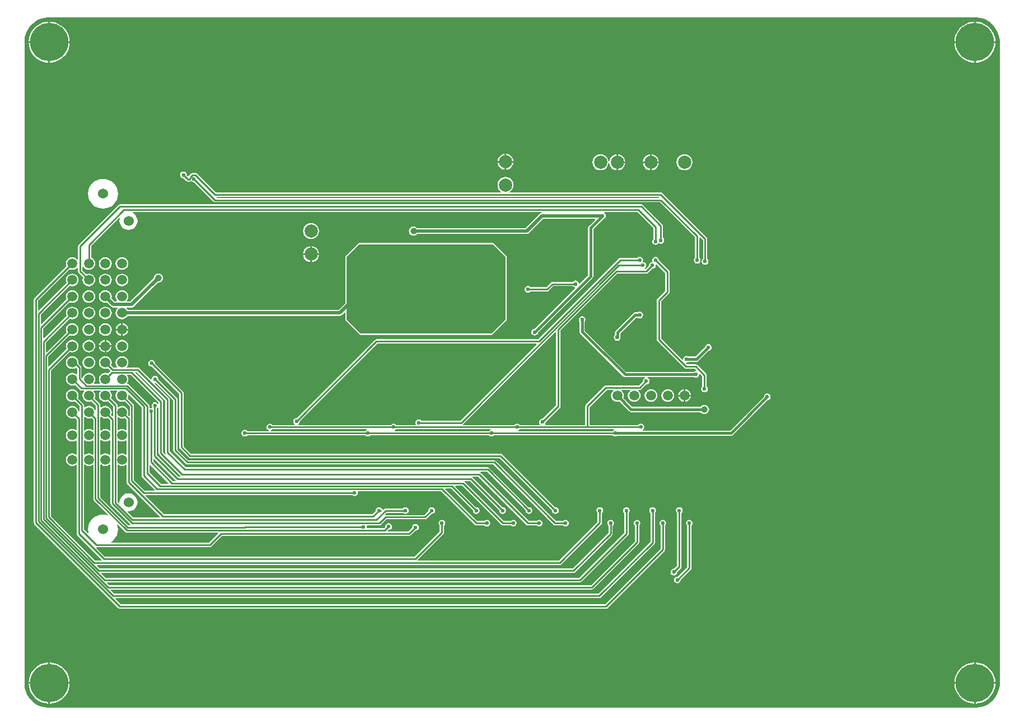
<source format=gbl>
G04*
G04 #@! TF.GenerationSoftware,Altium Limited,Altium Designer,22.2.1 (43)*
G04*
G04 Layer_Physical_Order=2*
G04 Layer_Color=16711680*
%FSAX44Y44*%
%MOMM*%
G71*
G04*
G04 #@! TF.SameCoordinates,097045FE-6C59-462F-8A7E-8FAF3A3C29C4*
G04*
G04*
G04 #@! TF.FilePolarity,Positive*
G04*
G01*
G75*
%ADD12C,0.2500*%
%ADD52C,0.5000*%
%ADD53C,0.3810*%
%ADD54C,2.0000*%
%ADD55C,1.5000*%
%ADD56C,1.5240*%
%ADD57C,5.8000*%
%ADD58C,1.0000*%
%ADD59C,0.8000*%
%ADD60C,0.6000*%
G36*
X01947322Y01546810D02*
X01952064Y01545540D01*
X01956600Y01543661D01*
X01960851Y01541206D01*
X01964746Y01538218D01*
X01968218Y01534746D01*
X01971206Y01530851D01*
X01973661Y01526600D01*
X01975540Y01522064D01*
X01976810Y01517322D01*
X01977451Y01512455D01*
Y01510000D01*
Y00540000D01*
Y00537545D01*
X01976810Y00532678D01*
X01975540Y00527936D01*
X01973661Y00523400D01*
X01971206Y00519149D01*
X01968218Y00515254D01*
X01964746Y00511782D01*
X01960851Y00508794D01*
X01956600Y00506339D01*
X01952064Y00504460D01*
X01947322Y00503190D01*
X01942455Y00502549D01*
X00537545D01*
X00532678Y00503190D01*
X00527936Y00504460D01*
X00523400Y00506339D01*
X00519149Y00508794D01*
X00515254Y00511782D01*
X00511782Y00515254D01*
X00508794Y00519149D01*
X00506339Y00523400D01*
X00504460Y00527936D01*
X00503190Y00532678D01*
X00502549Y00537545D01*
Y00540000D01*
Y01510000D01*
Y01512455D01*
X00503190Y01517322D01*
X00504460Y01522064D01*
X00506339Y01526600D01*
X00508794Y01530851D01*
X00511782Y01534746D01*
X00515254Y01538218D01*
X00519149Y01541206D01*
X00523400Y01543661D01*
X00527936Y01545540D01*
X00532678Y01546810D01*
X00537545Y01547451D01*
X01942455D01*
X01947322Y01546810D01*
D02*
G37*
%LPC*%
G36*
X01941270Y01540996D02*
Y01511270D01*
X01970996D01*
X01970713Y01514865D01*
X01969574Y01519609D01*
X01967707Y01524117D01*
X01965157Y01528278D01*
X01961988Y01531988D01*
X01958278Y01535157D01*
X01954117Y01537707D01*
X01949609Y01539574D01*
X01944865Y01540713D01*
X01941270Y01540996D01*
D02*
G37*
G36*
X01938730D02*
X01935136Y01540713D01*
X01930391Y01539574D01*
X01925883Y01537707D01*
X01921722Y01535157D01*
X01918012Y01531988D01*
X01914843Y01528278D01*
X01912293Y01524117D01*
X01910426Y01519609D01*
X01909287Y01514865D01*
X01909004Y01511270D01*
X01938730D01*
Y01540996D01*
D02*
G37*
G36*
X00541270D02*
Y01511270D01*
X00570996D01*
X00570713Y01514865D01*
X00569574Y01519609D01*
X00567707Y01524117D01*
X00565157Y01528278D01*
X00561988Y01531988D01*
X00558278Y01535157D01*
X00554117Y01537707D01*
X00549609Y01539574D01*
X00544865Y01540713D01*
X00541270Y01540996D01*
D02*
G37*
G36*
X00538730D02*
X00535136Y01540713D01*
X00530391Y01539574D01*
X00525883Y01537707D01*
X00521722Y01535157D01*
X00518012Y01531988D01*
X00514843Y01528278D01*
X00512293Y01524117D01*
X00510426Y01519609D01*
X00509287Y01514865D01*
X00509004Y01511270D01*
X00538730D01*
Y01540996D01*
D02*
G37*
G36*
X01970996Y01508730D02*
X01941270D01*
Y01479004D01*
X01944865Y01479287D01*
X01949609Y01480426D01*
X01954117Y01482293D01*
X01958278Y01484843D01*
X01961988Y01488012D01*
X01965157Y01491722D01*
X01967707Y01495883D01*
X01969574Y01500391D01*
X01970713Y01505135D01*
X01970996Y01508730D01*
D02*
G37*
G36*
X01938730D02*
X01909004D01*
X01909287Y01505135D01*
X01910426Y01500391D01*
X01912293Y01495883D01*
X01914843Y01491722D01*
X01918012Y01488012D01*
X01921722Y01484843D01*
X01925883Y01482293D01*
X01930391Y01480426D01*
X01935136Y01479287D01*
X01938730Y01479004D01*
Y01508730D01*
D02*
G37*
G36*
X00570996D02*
X00541270D01*
Y01479004D01*
X00544865Y01479287D01*
X00549609Y01480426D01*
X00554117Y01482293D01*
X00558278Y01484843D01*
X00561988Y01488012D01*
X00565157Y01491722D01*
X00567707Y01495883D01*
X00569574Y01500391D01*
X00570713Y01505135D01*
X00570996Y01508730D01*
D02*
G37*
G36*
X00538730D02*
X00509004D01*
X00509287Y01505135D01*
X00510426Y01500391D01*
X00512293Y01495883D01*
X00514843Y01491722D01*
X00518012Y01488012D01*
X00521722Y01484843D01*
X00525883Y01482293D01*
X00530391Y01480426D01*
X00535136Y01479287D01*
X00538730Y01479004D01*
Y01508730D01*
D02*
G37*
G36*
X01231370Y01340811D02*
Y01330145D01*
X01242036D01*
X01241791Y01332008D01*
X01240582Y01334927D01*
X01238658Y01337433D01*
X01236152Y01339357D01*
X01233232Y01340566D01*
X01231370Y01340811D01*
D02*
G37*
G36*
X01228830D02*
X01226967Y01340566D01*
X01224048Y01339357D01*
X01221541Y01337433D01*
X01219618Y01334927D01*
X01218409Y01332008D01*
X01218163Y01330145D01*
X01228830D01*
Y01340811D01*
D02*
G37*
G36*
X01451220Y01339936D02*
Y01329270D01*
X01461886D01*
X01461641Y01331133D01*
X01460432Y01334052D01*
X01458508Y01336559D01*
X01456002Y01338482D01*
X01453083Y01339691D01*
X01451220Y01339936D01*
D02*
G37*
G36*
X01400420D02*
Y01329270D01*
X01411086D01*
X01410841Y01331133D01*
X01409632Y01334052D01*
X01407708Y01336559D01*
X01405202Y01338482D01*
X01402283Y01339691D01*
X01400420Y01339936D01*
D02*
G37*
G36*
X01448680Y01339936D02*
X01446817Y01339691D01*
X01443898Y01338482D01*
X01441391Y01336559D01*
X01439468Y01334052D01*
X01438259Y01331133D01*
X01438014Y01329270D01*
X01448680D01*
Y01339936D01*
D02*
G37*
G36*
X01242036Y01327605D02*
X01231370D01*
Y01316939D01*
X01233232Y01317184D01*
X01236152Y01318393D01*
X01238658Y01320316D01*
X01240582Y01322823D01*
X01241791Y01325742D01*
X01242036Y01327605D01*
D02*
G37*
G36*
X01228830D02*
X01218163D01*
X01218409Y01325742D01*
X01219618Y01322823D01*
X01221541Y01320316D01*
X01224048Y01318393D01*
X01226967Y01317184D01*
X01228830Y01316939D01*
Y01327605D01*
D02*
G37*
G36*
X01448680Y01326730D02*
X01438014D01*
X01438259Y01324867D01*
X01439468Y01321948D01*
X01441391Y01319442D01*
X01443898Y01317518D01*
X01446817Y01316309D01*
X01448680Y01316064D01*
Y01326730D01*
D02*
G37*
G36*
X01373750Y01340104D02*
X01370617Y01339691D01*
X01367698Y01338482D01*
X01365191Y01336559D01*
X01363268Y01334052D01*
X01362059Y01331133D01*
X01361646Y01328000D01*
X01362059Y01324867D01*
X01363268Y01321948D01*
X01365191Y01319442D01*
X01367698Y01317518D01*
X01370617Y01316309D01*
X01373750Y01315896D01*
X01376883Y01316309D01*
X01379802Y01317518D01*
X01382309Y01319442D01*
X01384232Y01321948D01*
X01385441Y01324867D01*
X01385735Y01327096D01*
X01385809Y01327666D01*
X01387090D01*
X01387166Y01327096D01*
X01387459Y01324867D01*
X01388668Y01321948D01*
X01390591Y01319442D01*
X01393098Y01317518D01*
X01396017Y01316309D01*
X01397880Y01316064D01*
Y01328000D01*
Y01339936D01*
X01396017Y01339691D01*
X01393098Y01338482D01*
X01390591Y01336559D01*
X01388668Y01334052D01*
X01387459Y01331133D01*
X01387166Y01328905D01*
X01387090Y01328335D01*
X01385809D01*
X01385735Y01328904D01*
X01385441Y01331133D01*
X01384232Y01334052D01*
X01382309Y01336559D01*
X01379802Y01338482D01*
X01376883Y01339691D01*
X01373750Y01340104D01*
D02*
G37*
G36*
X01461886Y01326730D02*
X01451220D01*
Y01316064D01*
X01453083Y01316309D01*
X01456002Y01317518D01*
X01458508Y01319442D01*
X01460432Y01321948D01*
X01461641Y01324867D01*
X01461886Y01326730D01*
D02*
G37*
G36*
X01411086D02*
X01400420D01*
Y01316064D01*
X01402283Y01316309D01*
X01405202Y01317518D01*
X01407708Y01319442D01*
X01409632Y01321948D01*
X01410841Y01324867D01*
X01411086Y01326730D01*
D02*
G37*
G36*
X01500750Y01340104D02*
X01497617Y01339691D01*
X01494698Y01338482D01*
X01492191Y01336559D01*
X01490268Y01334052D01*
X01489059Y01331133D01*
X01488646Y01328000D01*
X01489059Y01324867D01*
X01490268Y01321948D01*
X01492191Y01319442D01*
X01494698Y01317518D01*
X01497617Y01316309D01*
X01500750Y01315896D01*
X01503883Y01316309D01*
X01506802Y01317518D01*
X01509308Y01319442D01*
X01511232Y01321948D01*
X01512441Y01324867D01*
X01512854Y01328000D01*
X01512441Y01331133D01*
X01511232Y01334052D01*
X01509308Y01336559D01*
X01506802Y01338482D01*
X01503883Y01339691D01*
X01500750Y01340104D01*
D02*
G37*
G36*
X00621500Y01303109D02*
X00617089Y01302674D01*
X00612848Y01301388D01*
X00608939Y01299299D01*
X00605513Y01296487D01*
X00602701Y01293061D01*
X00600612Y01289152D01*
X00599326Y01284911D01*
X00598891Y01280500D01*
X00599326Y01276089D01*
X00600612Y01271848D01*
X00602701Y01267939D01*
X00605513Y01264513D01*
X00608939Y01261701D01*
X00612848Y01259612D01*
X00617089Y01258326D01*
X00621500Y01257891D01*
X00625911Y01258326D01*
X00630152Y01259612D01*
X00634061Y01261701D01*
X00637487Y01264513D01*
X00640299Y01267939D01*
X00642388Y01271848D01*
X00643674Y01276089D01*
X00644109Y01280500D01*
X00643674Y01284911D01*
X00642388Y01289152D01*
X00640299Y01293061D01*
X00637487Y01296487D01*
X00634061Y01299299D01*
X00630152Y01301388D01*
X00625911Y01302674D01*
X00621500Y01303109D01*
D02*
G37*
G36*
X00936000Y01236104D02*
X00932867Y01235691D01*
X00929948Y01234482D01*
X00927441Y01232559D01*
X00925518Y01230052D01*
X00924309Y01227133D01*
X00923896Y01224000D01*
X00924309Y01220867D01*
X00925518Y01217948D01*
X00927441Y01215442D01*
X00929948Y01213518D01*
X00932867Y01212309D01*
X00936000Y01211896D01*
X00939133Y01212309D01*
X00942052Y01213518D01*
X00944558Y01215442D01*
X00946482Y01217948D01*
X00947691Y01220867D01*
X00948104Y01224000D01*
X00947691Y01227133D01*
X00946482Y01230052D01*
X00944558Y01232559D01*
X00942052Y01234482D01*
X00939133Y01235691D01*
X00936000Y01236104D01*
D02*
G37*
G36*
X01436049Y01264265D02*
X00646951D01*
X00645683Y01264012D01*
X00644608Y01263294D01*
X00584657Y01203343D01*
X00583939Y01202268D01*
X00583686Y01201000D01*
Y01181371D01*
X00582416Y01180940D01*
X00581775Y01181776D01*
X00579791Y01183298D01*
X00577480Y01184256D01*
X00575000Y01184582D01*
X00572520Y01184256D01*
X00570209Y01183298D01*
X00568224Y01181776D01*
X00566702Y01179791D01*
X00565745Y01177480D01*
X00565418Y01175000D01*
X00565745Y01172520D01*
X00566357Y01171043D01*
X00517657Y01122343D01*
X00516939Y01121268D01*
X00516686Y01120000D01*
Y00783000D01*
X00516939Y00781732D01*
X00517657Y00780657D01*
X00644657Y00653657D01*
X00645732Y00652939D01*
X00647000Y00652686D01*
X01382000D01*
X01383268Y00652939D01*
X01384343Y00653657D01*
X01470343Y00739657D01*
X01471062Y00740732D01*
X01471314Y00742000D01*
Y00778201D01*
X01471605Y00778395D01*
X01472710Y00780049D01*
X01473098Y00782000D01*
X01472710Y00783951D01*
X01471605Y00785605D01*
X01469951Y00786710D01*
X01468000Y00787098D01*
X01466049Y00786710D01*
X01464395Y00785605D01*
X01463290Y00783951D01*
X01462902Y00782000D01*
X01463290Y00780049D01*
X01464395Y00778395D01*
X01464686Y00778201D01*
Y00743372D01*
X01380628Y00659314D01*
X00648373D01*
X00640173Y00667513D01*
X00640659Y00668686D01*
X01372000D01*
X01373268Y00668939D01*
X01374343Y00669657D01*
X01455010Y00750324D01*
X01455728Y00751399D01*
X01455981Y00752667D01*
Y00797201D01*
X01456272Y00797395D01*
X01457377Y00799049D01*
X01457765Y00801000D01*
X01457377Y00802951D01*
X01456272Y00804605D01*
X01454618Y00805710D01*
X01452667Y00806098D01*
X01450716Y00805710D01*
X01449062Y00804605D01*
X01447957Y00802951D01*
X01447569Y00801000D01*
X01447957Y00799049D01*
X01449062Y00797395D01*
X01449353Y00797201D01*
Y00754039D01*
X01370627Y00675314D01*
X00638373D01*
X00633173Y00680513D01*
X00633659Y00681686D01*
X01361000D01*
X01362268Y00681938D01*
X01363343Y00682657D01*
X01431343Y00750657D01*
X01432061Y00751732D01*
X01432314Y00753000D01*
Y00778201D01*
X01432605Y00778395D01*
X01433710Y00780049D01*
X01434098Y00782000D01*
X01433710Y00783951D01*
X01432605Y00785605D01*
X01430951Y00786710D01*
X01429000Y00787098D01*
X01427049Y00786710D01*
X01425395Y00785605D01*
X01424290Y00783951D01*
X01423902Y00782000D01*
X01424290Y00780049D01*
X01425395Y00778395D01*
X01425686Y00778201D01*
Y00754372D01*
X01359628Y00688314D01*
X00630676D01*
X00627477Y00691513D01*
X00627962Y00692686D01*
X01343000D01*
X01344268Y00692939D01*
X01345343Y00693657D01*
X01415343Y00763657D01*
X01416061Y00764732D01*
X01416314Y00766000D01*
Y00797201D01*
X01416605Y00797395D01*
X01417710Y00799049D01*
X01418098Y00801000D01*
X01417710Y00802951D01*
X01416605Y00804605D01*
X01414951Y00805710D01*
X01413000Y00806098D01*
X01411049Y00805710D01*
X01409395Y00804605D01*
X01408290Y00802951D01*
X01407902Y00801000D01*
X01408290Y00799049D01*
X01409395Y00797395D01*
X01409686Y00797201D01*
Y00767373D01*
X01341628Y00699314D01*
X00624979D01*
X00618780Y00705513D01*
X00619266Y00706686D01*
X01333000D01*
X01334268Y00706939D01*
X01335343Y00707657D01*
X01391343Y00763657D01*
X01392061Y00764732D01*
X01392314Y00766000D01*
Y00778201D01*
X01392605Y00778395D01*
X01393710Y00780049D01*
X01394098Y00782000D01*
X01393710Y00783951D01*
X01392605Y00785605D01*
X01390951Y00786710D01*
X01389000Y00787098D01*
X01387049Y00786710D01*
X01385395Y00785605D01*
X01384290Y00783951D01*
X01383902Y00782000D01*
X01384290Y00780049D01*
X01385395Y00778395D01*
X01385686Y00778201D01*
Y00767373D01*
X01331628Y00713314D01*
X00616283D01*
X00612083Y00717513D01*
X00612569Y00718686D01*
X01312000D01*
X01313268Y00718939D01*
X01314343Y00719657D01*
X01375143Y00780457D01*
X01375862Y00781532D01*
X01376114Y00782800D01*
Y00797201D01*
X01376405Y00797395D01*
X01377510Y00799049D01*
X01377898Y00801000D01*
X01377510Y00802951D01*
X01376405Y00804605D01*
X01374751Y00805710D01*
X01372800Y00806098D01*
X01370849Y00805710D01*
X01369195Y00804605D01*
X01368090Y00802951D01*
X01367702Y00801000D01*
X01368090Y00799049D01*
X01369195Y00797395D01*
X01369486Y00797201D01*
Y00784173D01*
X01310627Y00725314D01*
X01097796D01*
X01097270Y00726584D01*
X01136343Y00765657D01*
X01137061Y00766732D01*
X01137314Y00768000D01*
Y00778201D01*
X01137605Y00778395D01*
X01138710Y00780049D01*
X01139098Y00782000D01*
X01138710Y00783951D01*
X01137605Y00785605D01*
X01135951Y00786710D01*
X01134000Y00787098D01*
X01132049Y00786710D01*
X01130395Y00785605D01*
X01129290Y00783951D01*
X01128902Y00782000D01*
X01129290Y00780049D01*
X01130395Y00778395D01*
X01130686Y00778201D01*
Y00769373D01*
X01092627Y00731314D01*
X00624373D01*
X00611482Y00744204D01*
X00611518Y00744452D01*
X00612046Y00745436D01*
X00782750D01*
X00784018Y00745689D01*
X00785093Y00746407D01*
X00801622Y00762936D01*
X01084750D01*
X01086018Y00763188D01*
X01087093Y00763907D01*
X01093657Y00770470D01*
X01094000Y00770402D01*
X01095951Y00770790D01*
X01097605Y00771895D01*
X01098710Y00773549D01*
X01099098Y00775500D01*
X01098710Y00777451D01*
X01097605Y00779105D01*
X01095951Y00780210D01*
X01094000Y00780598D01*
X01092049Y00780210D01*
X01090395Y00779105D01*
X01089290Y00777451D01*
X01088902Y00775500D01*
X01088970Y00775156D01*
X01083377Y00769564D01*
X01052460D01*
X01051974Y00770737D01*
X01052958Y00771720D01*
X01053301Y00771652D01*
X01055252Y00772040D01*
X01056906Y00773145D01*
X01058011Y00774799D01*
X01058399Y00776750D01*
X01058011Y00778701D01*
X01056906Y00780355D01*
X01055252Y00781460D01*
X01053301Y00781848D01*
X01051350Y00781460D01*
X01049697Y00780355D01*
X01048592Y00778701D01*
X01048203Y00776750D01*
X01048272Y00776406D01*
X01046179Y00774314D01*
X01020958D01*
X01019916Y00775584D01*
X01020098Y00776500D01*
X01019916Y00777416D01*
X01020958Y00778686D01*
X01039750D01*
X01041018Y00778939D01*
X01042093Y00779657D01*
X01050123Y00787686D01*
X01108600D01*
X01109868Y00787939D01*
X01110943Y00788657D01*
X01118257Y00795970D01*
X01118600Y00795902D01*
X01120551Y00796290D01*
X01122205Y00797395D01*
X01123310Y00799049D01*
X01123698Y00801000D01*
X01123310Y00802951D01*
X01122205Y00804605D01*
X01120551Y00805710D01*
X01118600Y00806098D01*
X01116649Y00805710D01*
X01114995Y00804605D01*
X01113890Y00802951D01*
X01113502Y00801000D01*
X01113570Y00800657D01*
X01107227Y00794314D01*
X01048796D01*
X01048701Y00794416D01*
X01048182Y00795496D01*
X01050373Y00797686D01*
X01074867D01*
X01075062Y00797395D01*
X01076716Y00796290D01*
X01078667Y00795902D01*
X01080618Y00796290D01*
X01082271Y00797395D01*
X01083377Y00799049D01*
X01083765Y00801000D01*
X01083377Y00802951D01*
X01082271Y00804605D01*
X01080618Y00805710D01*
X01078667Y00806098D01*
X01076716Y00805710D01*
X01075062Y00804605D01*
X01074867Y00804314D01*
X01049000D01*
X01047732Y00804061D01*
X01046657Y00803343D01*
X01045463Y00802149D01*
X01044060Y00802542D01*
X01043525Y00803343D01*
X01042904Y00803758D01*
X01042338Y00804605D01*
X01040684Y00805710D01*
X01038733Y00806098D01*
X01036783Y00805710D01*
X01035129Y00804605D01*
X01034024Y00802951D01*
X01033635Y00801000D01*
X01033704Y00800657D01*
X01028361Y00795314D01*
X00713373D01*
X00685173Y00823513D01*
X00685659Y00824686D01*
X00998201D01*
X00998395Y00824395D01*
X01000049Y00823290D01*
X01002000Y00822902D01*
X01003951Y00823290D01*
X01005605Y00824395D01*
X01006710Y00826049D01*
X01007098Y00828000D01*
X01006816Y00829416D01*
X01007630Y00830686D01*
X01132627D01*
X01183657Y00779657D01*
X01184732Y00778939D01*
X01186000Y00778686D01*
X01198201D01*
X01198395Y00778395D01*
X01200049Y00777290D01*
X01202000Y00776902D01*
X01203951Y00777290D01*
X01205605Y00778395D01*
X01206710Y00780049D01*
X01207098Y00782000D01*
X01206710Y00783951D01*
X01205605Y00785605D01*
X01203951Y00786710D01*
X01202000Y00787098D01*
X01200049Y00786710D01*
X01198395Y00785605D01*
X01198201Y00785314D01*
X01187373D01*
X01139173Y00833513D01*
X01139659Y00834686D01*
X01147428D01*
X01180770Y00801343D01*
X01180702Y00801000D01*
X01181090Y00799049D01*
X01182195Y00797395D01*
X01183849Y00796290D01*
X01185800Y00795902D01*
X01187751Y00796290D01*
X01189405Y00797395D01*
X01190510Y00799049D01*
X01190898Y00801000D01*
X01190510Y00802951D01*
X01189405Y00804605D01*
X01187751Y00805710D01*
X01185800Y00806098D01*
X01185457Y00806030D01*
X01153973Y00837513D01*
X01154459Y00838686D01*
X01164628D01*
X01223657Y00779657D01*
X01224732Y00778939D01*
X01226000Y00778686D01*
X01238201D01*
X01238395Y00778395D01*
X01240049Y00777290D01*
X01242000Y00776902D01*
X01243951Y00777290D01*
X01245605Y00778395D01*
X01246710Y00780049D01*
X01247098Y00782000D01*
X01246710Y00783951D01*
X01245605Y00785605D01*
X01243951Y00786710D01*
X01242000Y00787098D01*
X01240049Y00786710D01*
X01238395Y00785605D01*
X01238201Y00785314D01*
X01227373D01*
X01168343Y00844343D01*
X01168233Y00844416D01*
X01168619Y00845686D01*
X01176361D01*
X01220704Y00801343D01*
X01220635Y00801000D01*
X01221023Y00799049D01*
X01222129Y00797395D01*
X01223783Y00796290D01*
X01225733Y00795902D01*
X01227684Y00796290D01*
X01229338Y00797395D01*
X01230443Y00799049D01*
X01230831Y00801000D01*
X01230443Y00802951D01*
X01229338Y00804605D01*
X01227684Y00805710D01*
X01225733Y00806098D01*
X01225390Y00806030D01*
X01180077Y00851343D01*
X01179967Y00851416D01*
X01180352Y00852686D01*
X01188627D01*
X01261657Y00779657D01*
X01262732Y00778939D01*
X01264000Y00778686D01*
X01277201D01*
X01277395Y00778395D01*
X01279049Y00777290D01*
X01281000Y00776902D01*
X01282951Y00777290D01*
X01284605Y00778395D01*
X01285710Y00780049D01*
X01286098Y00782000D01*
X01285710Y00783951D01*
X01284605Y00785605D01*
X01282951Y00786710D01*
X01281000Y00787098D01*
X01279049Y00786710D01*
X01277395Y00785605D01*
X01277201Y00785314D01*
X01265372D01*
X01192343Y00858343D01*
X01192234Y00858416D01*
X01192619Y00859686D01*
X01202294D01*
X01260637Y00801343D01*
X01260569Y00801000D01*
X01260957Y00799049D01*
X01262062Y00797395D01*
X01263716Y00796290D01*
X01265667Y00795902D01*
X01267618Y00796290D01*
X01269271Y00797395D01*
X01270377Y00799049D01*
X01270765Y00801000D01*
X01270377Y00802951D01*
X01269271Y00804605D01*
X01267618Y00805710D01*
X01265667Y00806098D01*
X01265323Y00806030D01*
X01206010Y00865343D01*
X01204935Y00866061D01*
X01203667Y00866314D01*
X00746373D01*
X00722314Y00890372D01*
Y00969000D01*
X00722061Y00970268D01*
X00721343Y00971343D01*
X00699382Y00993304D01*
X00699861Y00994622D01*
X00700624Y00994690D01*
X00727686Y00967627D01*
Y00892000D01*
X00727939Y00890732D01*
X00728657Y00889657D01*
X00746657Y00871657D01*
X00747732Y00870939D01*
X00749000Y00870686D01*
X01211628D01*
X01302657Y00779657D01*
X01303732Y00778939D01*
X01305000Y00778686D01*
X01317201D01*
X01317395Y00778395D01*
X01319049Y00777290D01*
X01321000Y00776902D01*
X01322951Y00777290D01*
X01324605Y00778395D01*
X01325710Y00780049D01*
X01326098Y00782000D01*
X01325710Y00783951D01*
X01324605Y00785605D01*
X01322951Y00786710D01*
X01321000Y00787098D01*
X01319049Y00786710D01*
X01317395Y00785605D01*
X01317201Y00785314D01*
X01306373D01*
X01215343Y00876343D01*
X01214268Y00877061D01*
X01213000Y00877314D01*
X00750372D01*
X00734314Y00893372D01*
Y00969000D01*
X00734061Y00970268D01*
X00733343Y00971343D01*
X00705030Y00999657D01*
X00705098Y01000000D01*
X00704710Y01001951D01*
X00703605Y01003605D01*
X00701951Y01004710D01*
X00700000Y01005098D01*
X00698049Y01004710D01*
X00696395Y01003605D01*
X00695290Y01001951D01*
X00694902Y01000000D01*
X00695006Y00999476D01*
X00693836Y00998850D01*
X00676343Y01016343D01*
X00675268Y01017061D01*
X00674000Y01017314D01*
X00657544D01*
X00657051Y01018584D01*
X00658298Y01020209D01*
X00659256Y01022520D01*
X00659582Y01025000D01*
X00659256Y01027480D01*
X00658298Y01029791D01*
X00656775Y01031776D01*
X00654791Y01033298D01*
X00652480Y01034256D01*
X00650000Y01034582D01*
X00647520Y01034256D01*
X00645209Y01033298D01*
X00643224Y01031776D01*
X00641702Y01029791D01*
X00640744Y01027480D01*
X00640418Y01025000D01*
X00640744Y01022520D01*
X00641702Y01020209D01*
X00642949Y01018584D01*
X00642456Y01017314D01*
X00637373D01*
X00633643Y01021043D01*
X00634255Y01022520D01*
X00634582Y01025000D01*
X00634255Y01027480D01*
X00633298Y01029791D01*
X00631775Y01031776D01*
X00629791Y01033298D01*
X00627480Y01034256D01*
X00625000Y01034582D01*
X00622520Y01034256D01*
X00620209Y01033298D01*
X00618224Y01031776D01*
X00616702Y01029791D01*
X00615745Y01027480D01*
X00615418Y01025000D01*
X00615745Y01022520D01*
X00616702Y01020209D01*
X00618224Y01018225D01*
X00620209Y01016702D01*
X00622520Y01015745D01*
X00625000Y01015418D01*
X00627480Y01015745D01*
X00628957Y01016357D01*
X00632685Y01012629D01*
X00632657Y01012343D01*
X00628957Y01008643D01*
X00627480Y01009256D01*
X00625000Y01009582D01*
X00622520Y01009256D01*
X00620209Y01008298D01*
X00618224Y01006776D01*
X00616702Y01004791D01*
X00615745Y01002480D01*
X00615418Y01000000D01*
X00615745Y00997520D01*
X00616702Y00995209D01*
X00617374Y00994334D01*
X00616747Y00993064D01*
X00608253D01*
X00607626Y00994334D01*
X00608298Y00995209D01*
X00609255Y00997520D01*
X00609582Y01000000D01*
X00609255Y01002480D01*
X00608298Y01004791D01*
X00606775Y01006776D01*
X00604791Y01008298D01*
X00602480Y01009256D01*
X00600000Y01009582D01*
X00597520Y01009256D01*
X00595209Y01008298D01*
X00593224Y01006776D01*
X00591702Y01004791D01*
X00590745Y01002480D01*
X00590714Y01002247D01*
X00589364Y01001720D01*
X00588814Y01002158D01*
Y01017500D01*
X00588561Y01018768D01*
X00587843Y01019843D01*
X00584361Y01023325D01*
X00584582Y01025000D01*
X00584255Y01027480D01*
X00583298Y01029791D01*
X00581775Y01031776D01*
X00579791Y01033298D01*
X00577480Y01034256D01*
X00575000Y01034582D01*
X00572520Y01034256D01*
X00570209Y01033298D01*
X00568224Y01031776D01*
X00566702Y01029791D01*
X00565745Y01027480D01*
X00565418Y01025000D01*
X00565745Y01022520D01*
X00566702Y01020209D01*
X00568224Y01018225D01*
X00570209Y01016702D01*
X00572520Y01015745D01*
X00575000Y01015418D01*
X00577480Y01015745D01*
X00579791Y01016702D01*
X00580821Y01017493D01*
X00582186Y01016127D01*
Y01008061D01*
X00580916Y01007435D01*
X00579791Y01008298D01*
X00577480Y01009256D01*
X00575000Y01009582D01*
X00572520Y01009256D01*
X00570209Y01008298D01*
X00568224Y01006776D01*
X00566702Y01004791D01*
X00565745Y01002480D01*
X00565418Y01000000D01*
X00565745Y00997520D01*
X00566702Y00995209D01*
X00568224Y00993225D01*
X00570209Y00991702D01*
X00572520Y00990745D01*
X00575000Y00990418D01*
X00577480Y00990745D01*
X00578957Y00991357D01*
X00586657Y00983657D01*
X00587732Y00982939D01*
X00589000Y00982686D01*
X00592456D01*
X00592949Y00981416D01*
X00591702Y00979791D01*
X00590745Y00977480D01*
X00590418Y00975000D01*
X00590745Y00972520D01*
X00591702Y00970209D01*
X00593224Y00968225D01*
X00595209Y00966702D01*
X00597520Y00965745D01*
X00600000Y00965418D01*
X00602480Y00965745D01*
X00603957Y00966357D01*
X00610686Y00959627D01*
Y00951341D01*
X00609416Y00951258D01*
X00609255Y00952480D01*
X00608298Y00954791D01*
X00606775Y00956776D01*
X00604791Y00958298D01*
X00602480Y00959256D01*
X00600000Y00959582D01*
X00597520Y00959256D01*
X00595209Y00958298D01*
X00593584Y00957051D01*
X00592314Y00957544D01*
Y00961000D01*
X00592061Y00962268D01*
X00591343Y00963343D01*
X00583643Y00971043D01*
X00584255Y00972520D01*
X00584582Y00975000D01*
X00584255Y00977480D01*
X00583298Y00979791D01*
X00581775Y00981776D01*
X00579791Y00983298D01*
X00577480Y00984256D01*
X00575000Y00984582D01*
X00572520Y00984256D01*
X00570209Y00983298D01*
X00568224Y00981776D01*
X00566702Y00979791D01*
X00565745Y00977480D01*
X00565418Y00975000D01*
X00565745Y00972520D01*
X00566702Y00970209D01*
X00568224Y00968225D01*
X00570209Y00966702D01*
X00572520Y00965745D01*
X00575000Y00965418D01*
X00577480Y00965745D01*
X00578957Y00966357D01*
X00585686Y00959627D01*
Y00951341D01*
X00584416Y00951258D01*
X00584255Y00952480D01*
X00583298Y00954791D01*
X00581775Y00956776D01*
X00579791Y00958298D01*
X00577480Y00959256D01*
X00575000Y00959582D01*
X00572520Y00959256D01*
X00570209Y00958298D01*
X00568224Y00956776D01*
X00566702Y00954791D01*
X00565745Y00952480D01*
X00565418Y00950000D01*
X00565745Y00947520D01*
X00566702Y00945209D01*
X00568224Y00943225D01*
X00570209Y00941702D01*
X00572520Y00940744D01*
X00575000Y00940418D01*
X00577480Y00940744D01*
X00578957Y00941357D01*
X00581686Y00938627D01*
Y00923280D01*
X00580547Y00922718D01*
X00579791Y00923298D01*
X00577480Y00924256D01*
X00575000Y00924582D01*
X00572520Y00924256D01*
X00570209Y00923298D01*
X00568224Y00921776D01*
X00566702Y00919791D01*
X00565745Y00917480D01*
X00565418Y00915000D01*
X00565745Y00912520D01*
X00566702Y00910209D01*
X00568224Y00908225D01*
X00570209Y00906702D01*
X00572520Y00905745D01*
X00575000Y00905418D01*
X00577480Y00905745D01*
X00579791Y00906702D01*
X00580547Y00907282D01*
X00581686Y00906721D01*
Y00886280D01*
X00580547Y00885718D01*
X00579791Y00886298D01*
X00577480Y00887255D01*
X00575000Y00887582D01*
X00572520Y00887255D01*
X00570209Y00886298D01*
X00568224Y00884775D01*
X00566702Y00882791D01*
X00565745Y00880480D01*
X00565418Y00878000D01*
X00565745Y00875520D01*
X00566702Y00873209D01*
X00568224Y00871225D01*
X00570209Y00869702D01*
X00572520Y00868745D01*
X00575000Y00868418D01*
X00577480Y00868745D01*
X00579791Y00869702D01*
X00580547Y00870282D01*
X00581686Y00869721D01*
Y00766000D01*
X00581939Y00764732D01*
X00582657Y00763657D01*
X00619730Y00726584D01*
X00619204Y00725314D01*
X00609586D01*
X00542314Y00792586D01*
Y01012627D01*
X00571043Y01041357D01*
X00572520Y01040745D01*
X00575000Y01040418D01*
X00577480Y01040745D01*
X00579791Y01041702D01*
X00581775Y01043225D01*
X00583298Y01045209D01*
X00584255Y01047520D01*
X00584582Y01050000D01*
X00584255Y01052480D01*
X00583298Y01054791D01*
X00581775Y01056776D01*
X00579791Y01058298D01*
X00577480Y01059256D01*
X00575000Y01059582D01*
X00572520Y01059256D01*
X00570209Y01058298D01*
X00568224Y01056776D01*
X00566702Y01054791D01*
X00565745Y01052480D01*
X00565418Y01050000D01*
X00565745Y01047520D01*
X00566357Y01046043D01*
X00539737Y01019423D01*
X00538564Y01019909D01*
Y01033877D01*
X00571043Y01066357D01*
X00572520Y01065745D01*
X00575000Y01065418D01*
X00577480Y01065745D01*
X00579791Y01066702D01*
X00581775Y01068225D01*
X00583298Y01070209D01*
X00584255Y01072520D01*
X00584582Y01075000D01*
X00584255Y01077480D01*
X00583298Y01079791D01*
X00581775Y01081776D01*
X00579791Y01083298D01*
X00577480Y01084256D01*
X00575000Y01084582D01*
X00572520Y01084256D01*
X00570209Y01083298D01*
X00568224Y01081776D01*
X00566702Y01079791D01*
X00565745Y01077480D01*
X00565418Y01075000D01*
X00565745Y01072520D01*
X00566357Y01071043D01*
X00535987Y01040673D01*
X00534814Y01041159D01*
Y01055127D01*
X00571043Y01091357D01*
X00572520Y01090745D01*
X00575000Y01090418D01*
X00577480Y01090745D01*
X00579791Y01091702D01*
X00581775Y01093225D01*
X00583298Y01095209D01*
X00584255Y01097520D01*
X00584582Y01100000D01*
X00584255Y01102480D01*
X00583298Y01104791D01*
X00581775Y01106776D01*
X00579791Y01108298D01*
X00577480Y01109256D01*
X00575000Y01109582D01*
X00572520Y01109256D01*
X00570209Y01108298D01*
X00568224Y01106776D01*
X00566702Y01104791D01*
X00565745Y01102480D01*
X00565418Y01100000D01*
X00565745Y01097520D01*
X00566357Y01096043D01*
X00532237Y01061923D01*
X00531064Y01062409D01*
Y01076377D01*
X00571043Y01116357D01*
X00572520Y01115745D01*
X00575000Y01115418D01*
X00577480Y01115745D01*
X00579791Y01116702D01*
X00581775Y01118225D01*
X00583298Y01120209D01*
X00584255Y01122520D01*
X00584582Y01125000D01*
X00584255Y01127480D01*
X00583298Y01129791D01*
X00581775Y01131776D01*
X00579791Y01133298D01*
X00577480Y01134256D01*
X00575000Y01134582D01*
X00572520Y01134256D01*
X00570209Y01133298D01*
X00568224Y01131776D01*
X00566702Y01129791D01*
X00565745Y01127480D01*
X00565418Y01125000D01*
X00565745Y01122520D01*
X00566357Y01121043D01*
X00528487Y01083173D01*
X00527314Y01083659D01*
Y01097627D01*
X00571043Y01141357D01*
X00572520Y01140745D01*
X00575000Y01140418D01*
X00577480Y01140745D01*
X00579791Y01141702D01*
X00581775Y01143225D01*
X00583298Y01145209D01*
X00584255Y01147520D01*
X00584582Y01150000D01*
X00584255Y01152480D01*
X00583298Y01154791D01*
X00581775Y01156776D01*
X00579791Y01158298D01*
X00577480Y01159256D01*
X00575000Y01159582D01*
X00572520Y01159256D01*
X00570209Y01158298D01*
X00568224Y01156776D01*
X00566702Y01154791D01*
X00565745Y01152480D01*
X00565418Y01150000D01*
X00565745Y01147520D01*
X00566357Y01146043D01*
X00524487Y01104173D01*
X00523314Y01104659D01*
Y01118627D01*
X00571043Y01166357D01*
X00572520Y01165745D01*
X00575000Y01165418D01*
X00577480Y01165745D01*
X00579791Y01166702D01*
X00581775Y01168225D01*
X00582416Y01169060D01*
X00583686Y01168629D01*
Y01163000D01*
X00583939Y01161732D01*
X00584657Y01160657D01*
X00591357Y01153957D01*
X00590745Y01152480D01*
X00590418Y01150000D01*
X00590745Y01147520D01*
X00591702Y01145209D01*
X00593224Y01143225D01*
X00595209Y01141702D01*
X00597520Y01140745D01*
X00600000Y01140418D01*
X00602480Y01140745D01*
X00604791Y01141702D01*
X00606775Y01143225D01*
X00608298Y01145209D01*
X00609255Y01147520D01*
X00609582Y01150000D01*
X00609255Y01152480D01*
X00608298Y01154791D01*
X00606775Y01156776D01*
X00604791Y01158298D01*
X00602480Y01159256D01*
X00600000Y01159582D01*
X00597520Y01159256D01*
X00596043Y01158643D01*
X00590314Y01164373D01*
Y01170242D01*
X00591584Y01170494D01*
X00591702Y01170209D01*
X00593224Y01168225D01*
X00595209Y01166702D01*
X00597520Y01165745D01*
X00600000Y01165418D01*
X00602480Y01165745D01*
X00604791Y01166702D01*
X00606775Y01168225D01*
X00608298Y01170209D01*
X00609255Y01172520D01*
X00609582Y01175000D01*
X00609255Y01177480D01*
X00608298Y01179791D01*
X00606775Y01181776D01*
X00604791Y01183298D01*
X00603396Y01183876D01*
Y01201710D01*
X00646012Y01244326D01*
X00647089Y01243606D01*
X00646848Y01243024D01*
X00646384Y01239500D01*
X00646848Y01235976D01*
X00648208Y01232692D01*
X00650372Y01229872D01*
X00653192Y01227708D01*
X00656476Y01226348D01*
X00660000Y01225883D01*
X00663524Y01226348D01*
X00666808Y01227708D01*
X00669628Y01229872D01*
X00671792Y01232692D01*
X00673152Y01235976D01*
X00673616Y01239500D01*
X00673152Y01243024D01*
X00671792Y01246308D01*
X00669628Y01249128D01*
X00666808Y01251292D01*
X00666509Y01251416D01*
X00666761Y01252686D01*
X01284011D01*
X01284136Y01251416D01*
X01283244Y01251239D01*
X01281756Y01250244D01*
X01260099Y01228588D01*
X01096303D01*
X01095992Y01228992D01*
X01094530Y01230115D01*
X01092827Y01230820D01*
X01091000Y01231060D01*
X01089173Y01230820D01*
X01087470Y01230115D01*
X01086008Y01228992D01*
X01084885Y01227530D01*
X01084180Y01225827D01*
X01083940Y01224000D01*
X01084180Y01222173D01*
X01084885Y01220470D01*
X01086008Y01219007D01*
X01087470Y01217886D01*
X01089173Y01217180D01*
X01091000Y01216940D01*
X01092827Y01217180D01*
X01094530Y01217886D01*
X01095992Y01219007D01*
X01096303Y01219412D01*
X01262000D01*
X01263756Y01219761D01*
X01265244Y01220756D01*
X01286900Y01242412D01*
X01365122D01*
X01365608Y01241238D01*
X01356185Y01231815D01*
X01355322Y01230524D01*
X01355018Y01229000D01*
Y01157414D01*
X01342262Y01144657D01*
X01340884Y01145075D01*
X01340710Y01145951D01*
X01339605Y01147605D01*
X01337951Y01148710D01*
X01336000Y01149098D01*
X01334049Y01148710D01*
X01332395Y01147605D01*
X01332201Y01147314D01*
X01301000D01*
X01299732Y01147061D01*
X01298657Y01146343D01*
X01291628Y01139314D01*
X01267799D01*
X01267605Y01139605D01*
X01265951Y01140710D01*
X01264000Y01141098D01*
X01262049Y01140710D01*
X01260395Y01139605D01*
X01259290Y01137951D01*
X01258902Y01136000D01*
X01259290Y01134049D01*
X01260395Y01132395D01*
X01262049Y01131290D01*
X01264000Y01130902D01*
X01265951Y01131290D01*
X01267605Y01132395D01*
X01267799Y01132686D01*
X01293000D01*
X01294268Y01132939D01*
X01295343Y01133657D01*
X01302373Y01140686D01*
X01332201D01*
X01332395Y01140395D01*
X01334049Y01139290D01*
X01334925Y01139116D01*
X01335343Y01137738D01*
X01273571Y01075966D01*
X01272285Y01075710D01*
X01270631Y01074605D01*
X01269526Y01072951D01*
X01269138Y01071000D01*
X01269526Y01069049D01*
X01270631Y01067395D01*
X01272285Y01066290D01*
X01274236Y01065902D01*
X01276187Y01066290D01*
X01277840Y01067395D01*
X01278945Y01069049D01*
X01279201Y01070335D01*
X01361815Y01152949D01*
X01362678Y01154241D01*
X01362982Y01155764D01*
Y01227351D01*
X01377665Y01242034D01*
X01378951Y01242290D01*
X01380605Y01243395D01*
X01381710Y01245049D01*
X01382098Y01247000D01*
X01381710Y01248951D01*
X01380605Y01250605D01*
X01379390Y01251416D01*
X01379776Y01252686D01*
X01429628D01*
X01453686Y01228627D01*
Y01211799D01*
X01453395Y01211605D01*
X01452290Y01209951D01*
X01451902Y01208000D01*
X01452290Y01206049D01*
X01453395Y01204395D01*
X01455049Y01203290D01*
X01457000Y01202902D01*
X01458951Y01203290D01*
X01460605Y01204395D01*
X01461710Y01206049D01*
X01461835Y01206101D01*
X01463049Y01205290D01*
X01465000Y01204902D01*
X01466951Y01205290D01*
X01468605Y01206395D01*
X01469710Y01208049D01*
X01470098Y01210000D01*
X01469710Y01211951D01*
X01468605Y01213605D01*
X01468314Y01213799D01*
Y01232000D01*
X01468061Y01233268D01*
X01467343Y01234343D01*
X01438392Y01263294D01*
X01437317Y01264012D01*
X01437107Y01264054D01*
X01436049Y01264265D01*
D02*
G37*
G36*
X00937270Y01200936D02*
Y01190270D01*
X00947936D01*
X00947691Y01192133D01*
X00946482Y01195052D01*
X00944558Y01197559D01*
X00942052Y01199482D01*
X00939133Y01200691D01*
X00937270Y01200936D01*
D02*
G37*
G36*
X00934730Y01200936D02*
X00932867Y01200691D01*
X00929948Y01199482D01*
X00927441Y01197559D01*
X00925518Y01195052D01*
X00924309Y01192133D01*
X00924064Y01190270D01*
X00934730D01*
Y01200936D01*
D02*
G37*
G36*
Y01187730D02*
X00924064D01*
X00924309Y01185867D01*
X00925518Y01182948D01*
X00927441Y01180442D01*
X00929948Y01178518D01*
X00932867Y01177309D01*
X00934730Y01177064D01*
Y01187730D01*
D02*
G37*
G36*
X00947936D02*
X00937270D01*
Y01177064D01*
X00939133Y01177309D01*
X00942052Y01178518D01*
X00944558Y01180442D01*
X00946482Y01182948D01*
X00947691Y01185867D01*
X00947936Y01187730D01*
D02*
G37*
G36*
X00743000Y01314098D02*
X00741049Y01313710D01*
X00739395Y01312605D01*
X00738290Y01310951D01*
X00737902Y01309000D01*
X00738290Y01307049D01*
X00739395Y01305395D01*
X00741049Y01304290D01*
X00743000Y01303902D01*
X00743343Y01303970D01*
X00747621Y01299692D01*
X00748696Y01298974D01*
X00749965Y01298722D01*
X00752036D01*
X00753304Y01298974D01*
X00753888Y01299365D01*
X00755395Y01299395D01*
X00757049Y01298290D01*
X00759000Y01297902D01*
X00759343Y01297970D01*
X00788657Y01268657D01*
X00789732Y01267939D01*
X00791000Y01267686D01*
X01463627D01*
X01516686Y01214628D01*
Y01183799D01*
X01516395Y01183605D01*
X01515290Y01181951D01*
X01514902Y01180000D01*
X01515290Y01178049D01*
X01516395Y01176395D01*
X01518049Y01175290D01*
X01520000Y01174902D01*
X01521951Y01175290D01*
X01523605Y01176395D01*
X01524710Y01178049D01*
X01525098Y01180000D01*
X01524710Y01181951D01*
X01523605Y01183605D01*
X01523314Y01183799D01*
Y01214204D01*
X01524584Y01214730D01*
X01528686Y01210627D01*
Y01181799D01*
X01528395Y01181605D01*
X01527290Y01179951D01*
X01526902Y01178000D01*
X01527290Y01176049D01*
X01528395Y01174395D01*
X01530049Y01173290D01*
X01532000Y01172902D01*
X01533951Y01173290D01*
X01535605Y01174395D01*
X01536710Y01176049D01*
X01537098Y01178000D01*
X01536710Y01179951D01*
X01535605Y01181605D01*
X01535314Y01181799D01*
Y01212000D01*
X01535061Y01213268D01*
X01534343Y01214343D01*
X01467343Y01281343D01*
X01466268Y01282061D01*
X01465000Y01282314D01*
X01236657D01*
X01236400Y01283584D01*
X01238658Y01285316D01*
X01240582Y01287823D01*
X01241791Y01290742D01*
X01242203Y01293875D01*
X01241791Y01297008D01*
X01240582Y01299927D01*
X01238658Y01302433D01*
X01236152Y01304357D01*
X01233232Y01305566D01*
X01230100Y01305979D01*
X01226967Y01305566D01*
X01224048Y01304357D01*
X01221541Y01302433D01*
X01219618Y01299927D01*
X01218409Y01297008D01*
X01217996Y01293875D01*
X01218409Y01290742D01*
X01219618Y01287823D01*
X01221541Y01285316D01*
X01223800Y01283584D01*
X01223543Y01282314D01*
X00792151D01*
X00763621Y01310843D01*
X00762546Y01311561D01*
X00761278Y01311814D01*
X00756722D01*
X00755454Y01311561D01*
X00754379Y01310843D01*
X00751157Y01307621D01*
X00751038Y01307444D01*
X00749403Y01307283D01*
X00748030Y01308657D01*
X00748098Y01309000D01*
X00747710Y01310951D01*
X00746605Y01312605D01*
X00744951Y01313710D01*
X00743000Y01314098D01*
D02*
G37*
G36*
X01457000Y01185098D02*
X01455049Y01184710D01*
X01453395Y01183605D01*
X01452290Y01181951D01*
X01451902Y01180000D01*
X01452232Y01178341D01*
X01452142Y01177859D01*
X01451469Y01176992D01*
X01450049Y01176710D01*
X01448395Y01175605D01*
X01447290Y01173951D01*
X01446902Y01172000D01*
X01446970Y01171657D01*
X01441990Y01166676D01*
X01441447Y01166762D01*
X01441154Y01168094D01*
X01441605Y01168395D01*
X01442710Y01170049D01*
X01443098Y01172000D01*
X01442710Y01173951D01*
X01441605Y01175605D01*
X01439951Y01176710D01*
X01438531Y01176992D01*
X01437858Y01177859D01*
X01437768Y01178340D01*
X01438098Y01180000D01*
X01437710Y01181951D01*
X01436605Y01183605D01*
X01434951Y01184710D01*
X01433000Y01185098D01*
X01431049Y01184710D01*
X01429395Y01183605D01*
X01429201Y01183314D01*
X01404000D01*
X01402732Y01183061D01*
X01401657Y01182343D01*
X01279628Y01060314D01*
X01035000D01*
X01033732Y01060061D01*
X01032657Y01059343D01*
X00914343Y00941030D01*
X00914000Y00941098D01*
X00912049Y00940710D01*
X00910395Y00939605D01*
X00909290Y00937951D01*
X00908902Y00936000D01*
X00909290Y00934049D01*
X00910395Y00932395D01*
X00911161Y00931884D01*
X00910775Y00930614D01*
X00877499D01*
X00877305Y00930905D01*
X00875651Y00932010D01*
X00873700Y00932398D01*
X00871749Y00932010D01*
X00870095Y00930905D01*
X00868990Y00929251D01*
X00868602Y00927300D01*
X00868990Y00925349D01*
X00870095Y00923695D01*
X00871749Y00922590D01*
X00871782Y00922584D01*
X00871657Y00921314D01*
X00839799D01*
X00839605Y00921605D01*
X00837951Y00922710D01*
X00836000Y00923098D01*
X00834049Y00922710D01*
X00832395Y00921605D01*
X00831290Y00919951D01*
X00830902Y00918000D01*
X00831290Y00916049D01*
X00832395Y00914395D01*
X00834049Y00913290D01*
X00836000Y00912902D01*
X00837951Y00913290D01*
X00839605Y00914395D01*
X00839799Y00914686D01*
X01018201D01*
X01018395Y00914395D01*
X01020049Y00913290D01*
X01022000Y00912902D01*
X01023951Y00913290D01*
X01025605Y00914395D01*
X01025799Y00914686D01*
X01205201D01*
X01205395Y00914395D01*
X01207049Y00913290D01*
X01209000Y00912902D01*
X01210951Y00913290D01*
X01212605Y00914395D01*
X01212799Y00914686D01*
X01392201D01*
X01392395Y00914395D01*
X01394049Y00913290D01*
X01396000Y00912902D01*
X01397951Y00913290D01*
X01399041Y00914018D01*
X01571000D01*
X01572524Y00914322D01*
X01573815Y00915185D01*
X01626665Y00968034D01*
X01627951Y00968290D01*
X01629605Y00969395D01*
X01630710Y00971049D01*
X01631098Y00973000D01*
X01630710Y00974951D01*
X01629605Y00976605D01*
X01627951Y00977710D01*
X01626000Y00978098D01*
X01624049Y00977710D01*
X01622395Y00976605D01*
X01621290Y00974951D01*
X01621034Y00973665D01*
X01569351Y00921982D01*
X01438026D01*
X01437641Y00923251D01*
X01438305Y00923695D01*
X01439410Y00925349D01*
X01439798Y00927300D01*
X01439410Y00929251D01*
X01438305Y00930905D01*
X01436651Y00932010D01*
X01434700Y00932398D01*
X01432749Y00932010D01*
X01431095Y00930905D01*
X01430901Y00930614D01*
X01357314D01*
Y00957627D01*
X01383373Y00983686D01*
X01392829D01*
X01393260Y00982416D01*
X01392424Y00981775D01*
X01390902Y00979791D01*
X01389944Y00977480D01*
X01389618Y00975000D01*
X01389944Y00972520D01*
X01390902Y00970209D01*
X01392424Y00968224D01*
X01394409Y00966702D01*
X01396720Y00965744D01*
X01399200Y00965418D01*
X01401680Y00965744D01*
X01402489Y00966080D01*
X01417385Y00951185D01*
X01418676Y00950322D01*
X01420200Y00950018D01*
X01525232D01*
X01526008Y00949008D01*
X01527470Y00947886D01*
X01529173Y00947180D01*
X01531000Y00946940D01*
X01532827Y00947180D01*
X01534530Y00947886D01*
X01535992Y00949008D01*
X01537115Y00950470D01*
X01537820Y00952173D01*
X01538060Y00954000D01*
X01537820Y00955827D01*
X01537115Y00957530D01*
X01535992Y00958992D01*
X01534530Y00960115D01*
X01532827Y00960820D01*
X01531000Y00961060D01*
X01529173Y00960820D01*
X01527470Y00960115D01*
X01526008Y00958992D01*
X01525232Y00957981D01*
X01421849D01*
X01408120Y00971711D01*
X01408455Y00972520D01*
X01408782Y00975000D01*
X01408455Y00977480D01*
X01407498Y00979791D01*
X01405975Y00981775D01*
X01405140Y00982416D01*
X01405571Y00983686D01*
X01418229D01*
X01418660Y00982416D01*
X01417825Y00981775D01*
X01416302Y00979791D01*
X01415345Y00977480D01*
X01415018Y00975000D01*
X01415345Y00972520D01*
X01416302Y00970209D01*
X01417825Y00968224D01*
X01419809Y00966702D01*
X01422120Y00965744D01*
X01424600Y00965418D01*
X01427080Y00965744D01*
X01429391Y00966702D01*
X01431375Y00968224D01*
X01432898Y00970209D01*
X01433855Y00972520D01*
X01434182Y00975000D01*
X01433855Y00977480D01*
X01432898Y00979791D01*
X01431375Y00981775D01*
X01430540Y00982416D01*
X01430971Y00983686D01*
X01433000D01*
X01434268Y00983939D01*
X01435343Y00984657D01*
X01442657Y00991970D01*
X01443000Y00991902D01*
X01444951Y00992290D01*
X01446605Y00993395D01*
X01447710Y00995049D01*
X01448098Y00997000D01*
X01447710Y00998951D01*
X01446605Y01000605D01*
X01444951Y01001710D01*
X01444757Y01001749D01*
X01444882Y01003018D01*
X01514959D01*
X01516049Y01002290D01*
X01518000Y01001902D01*
X01519951Y01002290D01*
X01521605Y01003395D01*
X01522710Y01005049D01*
X01523098Y01007000D01*
X01522994Y01007524D01*
X01524164Y01008150D01*
X01527686Y01004628D01*
Y00988799D01*
X01527395Y00988605D01*
X01526290Y00986951D01*
X01525902Y00985000D01*
X01526290Y00983049D01*
X01527395Y00981395D01*
X01529049Y00980290D01*
X01531000Y00979902D01*
X01532951Y00980290D01*
X01534605Y00981395D01*
X01535710Y00983049D01*
X01536098Y00985000D01*
X01535710Y00986951D01*
X01534605Y00988605D01*
X01534314Y00988799D01*
Y01006000D01*
X01534061Y01007268D01*
X01533343Y01008343D01*
X01520343Y01021343D01*
X01519268Y01022061D01*
X01518000Y01022314D01*
X01504373D01*
X01502850Y01023836D01*
X01503476Y01025006D01*
X01504000Y01024902D01*
X01505951Y01025290D01*
X01507041Y01026019D01*
X01519000D01*
X01520524Y01026321D01*
X01521815Y01027185D01*
X01537546Y01042915D01*
X01538832Y01043171D01*
X01540486Y01044276D01*
X01541591Y01045930D01*
X01541979Y01047881D01*
X01541591Y01049832D01*
X01540486Y01051486D01*
X01538832Y01052591D01*
X01536881Y01052979D01*
X01534930Y01052591D01*
X01533276Y01051486D01*
X01532171Y01049832D01*
X01531915Y01048546D01*
X01517351Y01033981D01*
X01507041D01*
X01505951Y01034710D01*
X01504000Y01035098D01*
X01502049Y01034710D01*
X01500395Y01033605D01*
X01499290Y01031951D01*
X01498902Y01030000D01*
X01499006Y01029476D01*
X01497836Y01028850D01*
X01465314Y01061373D01*
Y01117627D01*
X01477343Y01129657D01*
X01478061Y01130732D01*
X01478314Y01132000D01*
Y01162000D01*
X01478061Y01163268D01*
X01477343Y01164343D01*
X01462030Y01179657D01*
X01462098Y01180000D01*
X01461710Y01181951D01*
X01460605Y01183605D01*
X01458951Y01184710D01*
X01457000Y01185098D01*
D02*
G37*
G36*
X00650000Y01184582D02*
X00647520Y01184256D01*
X00645209Y01183298D01*
X00643224Y01181776D01*
X00641702Y01179791D01*
X00640744Y01177480D01*
X00640418Y01175000D01*
X00640744Y01172520D01*
X00641702Y01170209D01*
X00643224Y01168225D01*
X00645209Y01166702D01*
X00647520Y01165745D01*
X00650000Y01165418D01*
X00652480Y01165745D01*
X00654791Y01166702D01*
X00656775Y01168225D01*
X00658298Y01170209D01*
X00659256Y01172520D01*
X00659582Y01175000D01*
X00659256Y01177480D01*
X00658298Y01179791D01*
X00656775Y01181776D01*
X00654791Y01183298D01*
X00652480Y01184256D01*
X00650000Y01184582D01*
D02*
G37*
G36*
X00625000D02*
X00622520Y01184256D01*
X00620209Y01183298D01*
X00618224Y01181776D01*
X00616702Y01179791D01*
X00615745Y01177480D01*
X00615418Y01175000D01*
X00615745Y01172520D01*
X00616702Y01170209D01*
X00618224Y01168225D01*
X00620209Y01166702D01*
X00622520Y01165745D01*
X00625000Y01165418D01*
X00627480Y01165745D01*
X00629791Y01166702D01*
X00631775Y01168225D01*
X00633298Y01170209D01*
X00634255Y01172520D01*
X00634582Y01175000D01*
X00634255Y01177480D01*
X00633298Y01179791D01*
X00631775Y01181776D01*
X00629791Y01183298D01*
X00627480Y01184256D01*
X00625000Y01184582D01*
D02*
G37*
G36*
X01211000Y01206039D02*
X01009000Y01206039D01*
X01008220Y01205884D01*
X01007558Y01205442D01*
X00988558Y01186442D01*
X00988116Y01185780D01*
X00987961Y01185000D01*
Y01114948D01*
X00977601Y01104588D01*
X00658382D01*
X00658298Y01104791D01*
X00656775Y01106776D01*
X00656298Y01107142D01*
X00656729Y01108412D01*
X00665000D01*
X00666756Y01108761D01*
X00668244Y01109756D01*
X00704495Y01146006D01*
X00705000Y01145940D01*
X00706827Y01146180D01*
X00708530Y01146886D01*
X00709993Y01148008D01*
X00711115Y01149470D01*
X00711820Y01151173D01*
X00712060Y01153000D01*
X00711820Y01154827D01*
X00711115Y01156530D01*
X00709993Y01157992D01*
X00708530Y01159115D01*
X00706827Y01159820D01*
X00705000Y01160060D01*
X00703173Y01159820D01*
X00701470Y01159115D01*
X00700008Y01157992D01*
X00698885Y01156530D01*
X00698180Y01154827D01*
X00697940Y01153000D01*
X00698006Y01152495D01*
X00663100Y01117588D01*
X00657888D01*
X00657262Y01118858D01*
X00658298Y01120209D01*
X00659256Y01122520D01*
X00659582Y01125000D01*
X00659256Y01127480D01*
X00658298Y01129791D01*
X00656775Y01131776D01*
X00654791Y01133298D01*
X00652480Y01134256D01*
X00650000Y01134582D01*
X00647520Y01134256D01*
X00645209Y01133298D01*
X00643224Y01131776D01*
X00641702Y01129791D01*
X00640744Y01127480D01*
X00640418Y01125000D01*
X00640744Y01122520D01*
X00641702Y01120209D01*
X00642738Y01118858D01*
X00642112Y01117588D01*
X00638900D01*
X00634171Y01122317D01*
X00634255Y01122520D01*
X00634582Y01125000D01*
X00634255Y01127480D01*
X00633298Y01129791D01*
X00631775Y01131776D01*
X00629791Y01133298D01*
X00627480Y01134256D01*
X00625000Y01134582D01*
X00622520Y01134256D01*
X00620209Y01133298D01*
X00618224Y01131776D01*
X00616702Y01129791D01*
X00615745Y01127480D01*
X00615418Y01125000D01*
X00615745Y01122520D01*
X00616702Y01120209D01*
X00618224Y01118225D01*
X00620209Y01116702D01*
X00622520Y01115745D01*
X00625000Y01115418D01*
X00627480Y01115745D01*
X00627683Y01115829D01*
X00633756Y01109756D01*
X00635244Y01108761D01*
X00637000Y01108412D01*
X00643271D01*
X00643702Y01107142D01*
X00643224Y01106776D01*
X00641702Y01104791D01*
X00640744Y01102480D01*
X00640418Y01100000D01*
X00640744Y01097520D01*
X00641702Y01095209D01*
X00643224Y01093225D01*
X00645209Y01091702D01*
X00647520Y01090745D01*
X00650000Y01090418D01*
X00652480Y01090745D01*
X00654791Y01091702D01*
X00656775Y01093225D01*
X00658298Y01095209D01*
X00658382Y01095412D01*
X00979502D01*
X00981257Y01095761D01*
X00982746Y01096756D01*
X00986787Y01100797D01*
X00987961Y01100311D01*
Y01090000D01*
X00988116Y01089220D01*
X00988558Y01088558D01*
X01009558Y01067558D01*
X01010220Y01067116D01*
X01011000Y01066961D01*
X01209000Y01066961D01*
X01209780Y01067116D01*
X01210442Y01067558D01*
X01231442Y01088558D01*
X01231884Y01089220D01*
X01232039Y01090000D01*
Y01185000D01*
X01231884Y01185780D01*
X01231442Y01186442D01*
X01212442Y01205442D01*
X01211780Y01205884D01*
X01211000Y01206039D01*
D02*
G37*
G36*
X00650000Y01159582D02*
X00647520Y01159256D01*
X00645209Y01158298D01*
X00643224Y01156776D01*
X00641702Y01154791D01*
X00640744Y01152480D01*
X00640418Y01150000D01*
X00640744Y01147520D01*
X00641702Y01145209D01*
X00643224Y01143225D01*
X00645209Y01141702D01*
X00647520Y01140745D01*
X00650000Y01140418D01*
X00652480Y01140745D01*
X00654791Y01141702D01*
X00656775Y01143225D01*
X00658298Y01145209D01*
X00659256Y01147520D01*
X00659582Y01150000D01*
X00659256Y01152480D01*
X00658298Y01154791D01*
X00656775Y01156776D01*
X00654791Y01158298D01*
X00652480Y01159256D01*
X00650000Y01159582D01*
D02*
G37*
G36*
X00625000D02*
X00622520Y01159256D01*
X00620209Y01158298D01*
X00618224Y01156776D01*
X00616702Y01154791D01*
X00615745Y01152480D01*
X00615418Y01150000D01*
X00615745Y01147520D01*
X00616702Y01145209D01*
X00618224Y01143225D01*
X00620209Y01141702D01*
X00622520Y01140745D01*
X00625000Y01140418D01*
X00627480Y01140745D01*
X00629791Y01141702D01*
X00631775Y01143225D01*
X00633298Y01145209D01*
X00634255Y01147520D01*
X00634582Y01150000D01*
X00634255Y01152480D01*
X00633298Y01154791D01*
X00631775Y01156776D01*
X00629791Y01158298D01*
X00627480Y01159256D01*
X00625000Y01159582D01*
D02*
G37*
G36*
X00600000Y01134582D02*
X00597520Y01134256D01*
X00595209Y01133298D01*
X00593224Y01131776D01*
X00591702Y01129791D01*
X00590745Y01127480D01*
X00590418Y01125000D01*
X00590745Y01122520D01*
X00591702Y01120209D01*
X00593224Y01118225D01*
X00595209Y01116702D01*
X00597520Y01115745D01*
X00600000Y01115418D01*
X00602480Y01115745D01*
X00604791Y01116702D01*
X00606775Y01118225D01*
X00608298Y01120209D01*
X00609255Y01122520D01*
X00609582Y01125000D01*
X00609255Y01127480D01*
X00608298Y01129791D01*
X00606775Y01131776D01*
X00604791Y01133298D01*
X00602480Y01134256D01*
X00600000Y01134582D01*
D02*
G37*
G36*
X00625000Y01109582D02*
X00622520Y01109256D01*
X00620209Y01108298D01*
X00618224Y01106776D01*
X00616702Y01104791D01*
X00615745Y01102480D01*
X00615418Y01100000D01*
X00615745Y01097520D01*
X00616702Y01095209D01*
X00618224Y01093225D01*
X00620209Y01091702D01*
X00622520Y01090745D01*
X00625000Y01090418D01*
X00627480Y01090745D01*
X00629791Y01091702D01*
X00631775Y01093225D01*
X00633298Y01095209D01*
X00634255Y01097520D01*
X00634582Y01100000D01*
X00634255Y01102480D01*
X00633298Y01104791D01*
X00631775Y01106776D01*
X00629791Y01108298D01*
X00627480Y01109256D01*
X00625000Y01109582D01*
D02*
G37*
G36*
X00600000D02*
X00597520Y01109256D01*
X00595209Y01108298D01*
X00593224Y01106776D01*
X00591702Y01104791D01*
X00590745Y01102480D01*
X00590418Y01100000D01*
X00590745Y01097520D01*
X00591702Y01095209D01*
X00593224Y01093225D01*
X00595209Y01091702D01*
X00597520Y01090745D01*
X00600000Y01090418D01*
X00602480Y01090745D01*
X00604791Y01091702D01*
X00606775Y01093225D01*
X00608298Y01095209D01*
X00609255Y01097520D01*
X00609582Y01100000D01*
X00609255Y01102480D01*
X00608298Y01104791D01*
X00606775Y01106776D01*
X00604791Y01108298D01*
X00602480Y01109256D01*
X00600000Y01109582D01*
D02*
G37*
G36*
X00651270Y01084415D02*
Y01076270D01*
X00659415D01*
X00659256Y01077480D01*
X00658298Y01079791D01*
X00656775Y01081776D01*
X00654791Y01083298D01*
X00652480Y01084256D01*
X00651270Y01084415D01*
D02*
G37*
G36*
X00648730D02*
X00647520Y01084256D01*
X00645209Y01083298D01*
X00643224Y01081776D01*
X00641702Y01079791D01*
X00640744Y01077480D01*
X00640585Y01076270D01*
X00648730D01*
Y01084415D01*
D02*
G37*
G36*
X00659415Y01073730D02*
X00651270D01*
Y01065585D01*
X00652480Y01065745D01*
X00654791Y01066702D01*
X00656775Y01068225D01*
X00658298Y01070209D01*
X00659256Y01072520D01*
X00659415Y01073730D01*
D02*
G37*
G36*
X00648730D02*
X00640585D01*
X00640744Y01072520D01*
X00641702Y01070209D01*
X00643224Y01068225D01*
X00645209Y01066702D01*
X00647520Y01065745D01*
X00648730Y01065585D01*
Y01073730D01*
D02*
G37*
G36*
X00625000Y01084582D02*
X00622520Y01084256D01*
X00620209Y01083298D01*
X00618224Y01081776D01*
X00616702Y01079791D01*
X00615745Y01077480D01*
X00615418Y01075000D01*
X00615745Y01072520D01*
X00616702Y01070209D01*
X00618224Y01068225D01*
X00620209Y01066702D01*
X00622520Y01065745D01*
X00625000Y01065418D01*
X00627480Y01065745D01*
X00629791Y01066702D01*
X00631775Y01068225D01*
X00633298Y01070209D01*
X00634255Y01072520D01*
X00634582Y01075000D01*
X00634255Y01077480D01*
X00633298Y01079791D01*
X00631775Y01081776D01*
X00629791Y01083298D01*
X00627480Y01084256D01*
X00625000Y01084582D01*
D02*
G37*
G36*
X00600000D02*
X00597520Y01084256D01*
X00595209Y01083298D01*
X00593224Y01081776D01*
X00591702Y01079791D01*
X00590745Y01077480D01*
X00590418Y01075000D01*
X00590745Y01072520D01*
X00591702Y01070209D01*
X00593224Y01068225D01*
X00595209Y01066702D01*
X00597520Y01065745D01*
X00600000Y01065418D01*
X00602480Y01065745D01*
X00604791Y01066702D01*
X00606775Y01068225D01*
X00608298Y01070209D01*
X00609255Y01072520D01*
X00609582Y01075000D01*
X00609255Y01077480D01*
X00608298Y01079791D01*
X00606775Y01081776D01*
X00604791Y01083298D01*
X00602480Y01084256D01*
X00600000Y01084582D01*
D02*
G37*
G36*
X00626270Y01059415D02*
Y01051270D01*
X00634415D01*
X00634255Y01052480D01*
X00633298Y01054791D01*
X00631775Y01056776D01*
X00629791Y01058298D01*
X00627480Y01059256D01*
X00626270Y01059415D01*
D02*
G37*
G36*
X00623730D02*
X00622520Y01059256D01*
X00620209Y01058298D01*
X00618224Y01056776D01*
X00616702Y01054791D01*
X00615745Y01052480D01*
X00615585Y01051270D01*
X00623730D01*
Y01059415D01*
D02*
G37*
G36*
X00634415Y01048730D02*
X00626270D01*
Y01040585D01*
X00627480Y01040745D01*
X00629791Y01041702D01*
X00631775Y01043225D01*
X00633298Y01045209D01*
X00634255Y01047520D01*
X00634415Y01048730D01*
D02*
G37*
G36*
X00623730D02*
X00615585D01*
X00615745Y01047520D01*
X00616702Y01045209D01*
X00618224Y01043225D01*
X00620209Y01041702D01*
X00622520Y01040745D01*
X00623730Y01040585D01*
Y01048730D01*
D02*
G37*
G36*
X00650000Y01059582D02*
X00647520Y01059256D01*
X00645209Y01058298D01*
X00643224Y01056776D01*
X00641702Y01054791D01*
X00640744Y01052480D01*
X00640418Y01050000D01*
X00640744Y01047520D01*
X00641702Y01045209D01*
X00643224Y01043225D01*
X00645209Y01041702D01*
X00647520Y01040745D01*
X00650000Y01040418D01*
X00652480Y01040745D01*
X00654791Y01041702D01*
X00656775Y01043225D01*
X00658298Y01045209D01*
X00659256Y01047520D01*
X00659582Y01050000D01*
X00659256Y01052480D01*
X00658298Y01054791D01*
X00656775Y01056776D01*
X00654791Y01058298D01*
X00652480Y01059256D01*
X00650000Y01059582D01*
D02*
G37*
G36*
X00600000D02*
X00597520Y01059256D01*
X00595209Y01058298D01*
X00593224Y01056776D01*
X00591702Y01054791D01*
X00590745Y01052480D01*
X00590418Y01050000D01*
X00590745Y01047520D01*
X00591702Y01045209D01*
X00593224Y01043225D01*
X00595209Y01041702D01*
X00597520Y01040745D01*
X00600000Y01040418D01*
X00602480Y01040745D01*
X00604791Y01041702D01*
X00606775Y01043225D01*
X00608298Y01045209D01*
X00609255Y01047520D01*
X00609582Y01050000D01*
X00609255Y01052480D01*
X00608298Y01054791D01*
X00606775Y01056776D01*
X00604791Y01058298D01*
X00602480Y01059256D01*
X00600000Y01059582D01*
D02*
G37*
G36*
Y01034582D02*
X00597520Y01034256D01*
X00595209Y01033298D01*
X00593224Y01031776D01*
X00591702Y01029791D01*
X00590745Y01027480D01*
X00590418Y01025000D01*
X00590745Y01022520D01*
X00591702Y01020209D01*
X00593224Y01018225D01*
X00595209Y01016702D01*
X00597520Y01015745D01*
X00600000Y01015418D01*
X00602480Y01015745D01*
X00604791Y01016702D01*
X00606775Y01018225D01*
X00608298Y01020209D01*
X00609255Y01022520D01*
X00609582Y01025000D01*
X00609255Y01027480D01*
X00608298Y01029791D01*
X00606775Y01031776D01*
X00604791Y01033298D01*
X00602480Y01034256D01*
X00600000Y01034582D01*
D02*
G37*
G36*
X01502070Y00984415D02*
Y00976270D01*
X01510215D01*
X01510055Y00977480D01*
X01509098Y00979791D01*
X01507575Y00981775D01*
X01505591Y00983298D01*
X01503280Y00984255D01*
X01502070Y00984415D01*
D02*
G37*
G36*
X01499530Y00984415D02*
X01498320Y00984255D01*
X01496009Y00983298D01*
X01494025Y00981775D01*
X01492502Y00979791D01*
X01491544Y00977480D01*
X01491385Y00976270D01*
X01499530D01*
Y00984415D01*
D02*
G37*
G36*
Y00973730D02*
X01491385D01*
X01491544Y00972520D01*
X01492502Y00970209D01*
X01494025Y00968224D01*
X01496009Y00966702D01*
X01498320Y00965744D01*
X01499530Y00965585D01*
Y00973730D01*
D02*
G37*
G36*
X01510215D02*
X01502070D01*
Y00965585D01*
X01503280Y00965744D01*
X01505591Y00966702D01*
X01507575Y00968224D01*
X01509098Y00970209D01*
X01510055Y00972520D01*
X01510215Y00973730D01*
D02*
G37*
G36*
X01475400Y00984582D02*
X01472920Y00984255D01*
X01470609Y00983298D01*
X01468625Y00981775D01*
X01467102Y00979791D01*
X01466145Y00977480D01*
X01465818Y00975000D01*
X01466145Y00972520D01*
X01467102Y00970209D01*
X01468625Y00968224D01*
X01470609Y00966702D01*
X01472920Y00965744D01*
X01475400Y00965418D01*
X01477880Y00965744D01*
X01480191Y00966702D01*
X01482175Y00968224D01*
X01483698Y00970209D01*
X01484655Y00972520D01*
X01484982Y00975000D01*
X01484655Y00977480D01*
X01483698Y00979791D01*
X01482175Y00981775D01*
X01480191Y00983298D01*
X01477880Y00984255D01*
X01475400Y00984582D01*
D02*
G37*
G36*
X01450000D02*
X01447520Y00984255D01*
X01445209Y00983298D01*
X01443224Y00981775D01*
X01441702Y00979791D01*
X01440744Y00977480D01*
X01440418Y00975000D01*
X01440744Y00972520D01*
X01441702Y00970209D01*
X01443224Y00968224D01*
X01445209Y00966702D01*
X01447520Y00965744D01*
X01450000Y00965418D01*
X01452480Y00965744D01*
X01454791Y00966702D01*
X01456775Y00968224D01*
X01458298Y00970209D01*
X01459255Y00972520D01*
X01459582Y00975000D01*
X01459255Y00977480D01*
X01458298Y00979791D01*
X01456775Y00981775D01*
X01454791Y00983298D01*
X01452480Y00984255D01*
X01450000Y00984582D01*
D02*
G37*
G36*
X00695000Y01029098D02*
X00693049Y01028710D01*
X00691395Y01027605D01*
X00690290Y01025951D01*
X00689902Y01024000D01*
X00690290Y01022049D01*
X00691395Y01020395D01*
X00693049Y01019290D01*
X00695000Y01018902D01*
X00695343Y01018970D01*
X00736686Y00977627D01*
Y00897000D01*
X00736939Y00895732D01*
X00737657Y00894657D01*
X00750657Y00881657D01*
X00751732Y00880939D01*
X00753000Y00880686D01*
X01221227D01*
X01300570Y00801343D01*
X01300502Y00801000D01*
X01300890Y00799049D01*
X01301995Y00797395D01*
X01303649Y00796290D01*
X01305600Y00795902D01*
X01307551Y00796290D01*
X01309205Y00797395D01*
X01310310Y00799049D01*
X01310698Y00801000D01*
X01310310Y00802951D01*
X01309205Y00804605D01*
X01307551Y00805710D01*
X01305600Y00806098D01*
X01305257Y00806030D01*
X01224943Y00886343D01*
X01223868Y00887061D01*
X01222600Y00887314D01*
X00754372D01*
X00743314Y00898372D01*
Y00979000D01*
X00743061Y00980268D01*
X00742343Y00981343D01*
X00700030Y01023657D01*
X00700098Y01024000D01*
X00699710Y01025951D01*
X00698605Y01027605D01*
X00696951Y01028710D01*
X00695000Y01029098D01*
D02*
G37*
G36*
X01493000Y00806098D02*
X01491049Y00805710D01*
X01489395Y00804605D01*
X01488290Y00802951D01*
X01487902Y00801000D01*
X01488290Y00799049D01*
X01489395Y00797395D01*
X01489686Y00797201D01*
Y00717373D01*
X01485343Y00713030D01*
X01485000Y00713098D01*
X01483049Y00712710D01*
X01481395Y00711605D01*
X01480290Y00709951D01*
X01479902Y00708000D01*
X01480150Y00706755D01*
X01480077Y00706391D01*
X01480329Y00705123D01*
X01481048Y00704048D01*
X01482123Y00703329D01*
X01483391Y00703077D01*
X01483755Y00703150D01*
X01485000Y00702902D01*
X01486951Y00703290D01*
X01488605Y00704395D01*
X01489710Y00706049D01*
X01490098Y00708000D01*
X01490030Y00708343D01*
X01495343Y00713657D01*
X01496061Y00714732D01*
X01496314Y00716000D01*
Y00797201D01*
X01496605Y00797395D01*
X01497710Y00799049D01*
X01498098Y00801000D01*
X01497710Y00802951D01*
X01496605Y00804605D01*
X01494951Y00805710D01*
X01493000Y00806098D01*
D02*
G37*
G36*
X01508000Y00787098D02*
X01506049Y00786710D01*
X01504395Y00785605D01*
X01503290Y00783951D01*
X01502902Y00782000D01*
X01503290Y00780049D01*
X01504395Y00778395D01*
X01504686Y00778201D01*
Y00715373D01*
X01490343Y00701030D01*
X01490000Y00701098D01*
X01488049Y00700710D01*
X01486395Y00699605D01*
X01485290Y00697951D01*
X01484902Y00696000D01*
X01485290Y00694049D01*
X01486395Y00692395D01*
X01488049Y00691290D01*
X01490000Y00690902D01*
X01491951Y00691290D01*
X01493605Y00692395D01*
X01494710Y00694049D01*
X01495098Y00696000D01*
X01495030Y00696343D01*
X01510343Y00711657D01*
X01511062Y00712732D01*
X01511314Y00714000D01*
Y00778201D01*
X01511605Y00778395D01*
X01512710Y00780049D01*
X01513098Y00782000D01*
X01512710Y00783951D01*
X01511605Y00785605D01*
X01509951Y00786710D01*
X01508000Y00787098D01*
D02*
G37*
G36*
X01941270Y00570996D02*
Y00541270D01*
X01970996D01*
X01970713Y00544865D01*
X01969574Y00549609D01*
X01967707Y00554117D01*
X01965157Y00558278D01*
X01961988Y00561988D01*
X01958278Y00565157D01*
X01954117Y00567707D01*
X01949609Y00569574D01*
X01944865Y00570713D01*
X01941270Y00570996D01*
D02*
G37*
G36*
X01938730D02*
X01935136Y00570713D01*
X01930391Y00569574D01*
X01925883Y00567707D01*
X01921722Y00565157D01*
X01918012Y00561988D01*
X01914843Y00558278D01*
X01912293Y00554117D01*
X01910426Y00549609D01*
X01909287Y00544865D01*
X01909004Y00541270D01*
X01938730D01*
Y00570996D01*
D02*
G37*
G36*
X00541270D02*
Y00541270D01*
X00570996D01*
X00570713Y00544865D01*
X00569574Y00549609D01*
X00567707Y00554117D01*
X00565157Y00558278D01*
X00561988Y00561988D01*
X00558278Y00565157D01*
X00554117Y00567707D01*
X00549609Y00569574D01*
X00544865Y00570713D01*
X00541270Y00570996D01*
D02*
G37*
G36*
X00538730D02*
X00535136Y00570713D01*
X00530391Y00569574D01*
X00525883Y00567707D01*
X00521722Y00565157D01*
X00518012Y00561988D01*
X00514843Y00558278D01*
X00512293Y00554117D01*
X00510426Y00549609D01*
X00509287Y00544865D01*
X00509004Y00541270D01*
X00538730D01*
Y00570996D01*
D02*
G37*
G36*
X01970996Y00538730D02*
X01941270D01*
Y00509004D01*
X01944865Y00509287D01*
X01949609Y00510426D01*
X01954117Y00512293D01*
X01958278Y00514843D01*
X01961988Y00518012D01*
X01965157Y00521722D01*
X01967707Y00525883D01*
X01969574Y00530391D01*
X01970713Y00535136D01*
X01970996Y00538730D01*
D02*
G37*
G36*
X01938730D02*
X01909004D01*
X01909287Y00535136D01*
X01910426Y00530391D01*
X01912293Y00525883D01*
X01914843Y00521722D01*
X01918012Y00518012D01*
X01921722Y00514843D01*
X01925883Y00512293D01*
X01930391Y00510426D01*
X01935136Y00509287D01*
X01938730Y00509004D01*
Y00538730D01*
D02*
G37*
G36*
X00570996D02*
X00541270D01*
Y00509004D01*
X00544865Y00509287D01*
X00549609Y00510426D01*
X00554117Y00512293D01*
X00558278Y00514843D01*
X00561988Y00518012D01*
X00565157Y00521722D01*
X00567707Y00525883D01*
X00569574Y00530391D01*
X00570713Y00535136D01*
X00570996Y00538730D01*
D02*
G37*
G36*
X00538730D02*
X00509004D01*
X00509287Y00535136D01*
X00510426Y00530391D01*
X00512293Y00525883D01*
X00514843Y00521722D01*
X00518012Y00518012D01*
X00521722Y00514843D01*
X00525883Y00512293D01*
X00530391Y00510426D01*
X00535136Y00509287D01*
X00538730Y00509004D01*
Y00538730D01*
D02*
G37*
%LPD*%
G36*
X00705686Y00964627D02*
Y00962775D01*
X00704416Y00962390D01*
X00703605Y00963605D01*
X00701951Y00964710D01*
X00700000Y00965098D01*
X00698049Y00964710D01*
X00696395Y00963605D01*
X00695290Y00961951D01*
X00694902Y00960000D01*
X00695290Y00958049D01*
X00695770Y00957331D01*
X00695295Y00956052D01*
X00695006Y00955898D01*
X00694000Y00956098D01*
X00692834Y00955866D01*
X00691564Y00956797D01*
Y00959361D01*
X00691311Y00960629D01*
X00690593Y00961704D01*
X00660204Y00992093D01*
X00659129Y00992811D01*
X00658201Y00992996D01*
X00657717Y00993842D01*
X00657626Y00994334D01*
X00658298Y00995209D01*
X00659256Y00997520D01*
X00659582Y01000000D01*
X00659256Y01002480D01*
X00658298Y01004791D01*
X00657718Y01005547D01*
X00658280Y01006686D01*
X00663627D01*
X00705686Y00964627D01*
D02*
G37*
G36*
X00642949Y00981416D02*
X00641702Y00979791D01*
X00640744Y00977480D01*
X00640418Y00975000D01*
X00640744Y00972520D01*
X00641702Y00970209D01*
X00643224Y00968225D01*
X00645209Y00966702D01*
X00647520Y00965745D01*
X00650000Y00965418D01*
X00652480Y00965745D01*
X00653957Y00966357D01*
X00661686Y00958627D01*
Y00944659D01*
X00660513Y00944173D01*
X00658643Y00946043D01*
X00659256Y00947520D01*
X00659582Y00950000D01*
X00659256Y00952480D01*
X00658298Y00954791D01*
X00656775Y00956776D01*
X00654791Y00958298D01*
X00652480Y00959256D01*
X00650000Y00959582D01*
X00647520Y00959256D01*
X00645209Y00958298D01*
X00644453Y00957718D01*
X00643314Y00958280D01*
Y00960000D01*
X00643061Y00961268D01*
X00642343Y00962343D01*
X00633643Y00971043D01*
X00634255Y00972520D01*
X00634582Y00975000D01*
X00634255Y00977480D01*
X00633298Y00979791D01*
X00632051Y00981416D01*
X00632544Y00982686D01*
X00642456D01*
X00642949Y00981416D01*
D02*
G37*
G36*
X00617949D02*
X00616702Y00979791D01*
X00615745Y00977480D01*
X00615418Y00975000D01*
X00615745Y00972520D01*
X00616702Y00970209D01*
X00618224Y00968225D01*
X00620209Y00966702D01*
X00622520Y00965745D01*
X00625000Y00965418D01*
X00627480Y00965745D01*
X00628957Y00966357D01*
X00636686Y00958627D01*
Y00944659D01*
X00635513Y00944173D01*
X00633643Y00946043D01*
X00634255Y00947520D01*
X00634582Y00950000D01*
X00634255Y00952480D01*
X00633298Y00954791D01*
X00631775Y00956776D01*
X00629791Y00958298D01*
X00627480Y00959256D01*
X00625000Y00959582D01*
X00622520Y00959256D01*
X00620209Y00958298D01*
X00618584Y00957051D01*
X00617314Y00957544D01*
Y00961000D01*
X00617061Y00962268D01*
X00616343Y00963343D01*
X00608643Y00971043D01*
X00609255Y00972520D01*
X00609582Y00975000D01*
X00609255Y00977480D01*
X00608298Y00979791D01*
X00607051Y00981416D01*
X00607544Y00982686D01*
X00617456D01*
X00617949Y00981416D01*
D02*
G37*
G36*
X00645209Y00941702D02*
X00647520Y00940744D01*
X00650000Y00940418D01*
X00652480Y00940744D01*
X00653957Y00941357D01*
X00656686Y00938627D01*
Y00923280D01*
X00655547Y00922718D01*
X00654791Y00923298D01*
X00652480Y00924256D01*
X00650000Y00924582D01*
X00647520Y00924256D01*
X00645209Y00923298D01*
X00644453Y00922718D01*
X00643314Y00923280D01*
Y00941720D01*
X00644453Y00942282D01*
X00645209Y00941702D01*
D02*
G37*
G36*
X00595209D02*
X00597520Y00940744D01*
X00600000Y00940418D01*
X00602480Y00940744D01*
X00603957Y00941357D01*
X00606686Y00938627D01*
Y00923280D01*
X00605547Y00922718D01*
X00604791Y00923298D01*
X00602480Y00924256D01*
X00600000Y00924582D01*
X00597520Y00924256D01*
X00595209Y00923298D01*
X00593584Y00922051D01*
X00592314Y00922544D01*
Y00942456D01*
X00593584Y00942949D01*
X00595209Y00941702D01*
D02*
G37*
G36*
X00620209D02*
X00622520Y00940744D01*
X00625000Y00940418D01*
X00627480Y00940744D01*
X00628957Y00941357D01*
X00632686Y00937627D01*
Y00922544D01*
X00631416Y00922051D01*
X00629791Y00923298D01*
X00627480Y00924256D01*
X00625000Y00924582D01*
X00622520Y00924256D01*
X00620209Y00923298D01*
X00618584Y00922051D01*
X00617314Y00922544D01*
Y00942456D01*
X00618584Y00942949D01*
X00620209Y00941702D01*
D02*
G37*
G36*
X00715686Y00967627D02*
Y00889000D01*
X00715939Y00887732D01*
X00716318Y00887165D01*
X00715331Y00886355D01*
X00712314Y00889372D01*
Y00966000D01*
X00712061Y00967268D01*
X00711343Y00968343D01*
X00670173Y01009513D01*
X00670659Y01010686D01*
X00672627D01*
X00715686Y00967627D01*
D02*
G37*
G36*
X00645209Y00906702D02*
X00647520Y00905745D01*
X00650000Y00905418D01*
X00652480Y00905745D01*
X00654791Y00906702D01*
X00655547Y00907282D01*
X00656686Y00906721D01*
Y00886280D01*
X00655547Y00885718D01*
X00654791Y00886298D01*
X00652480Y00887255D01*
X00650000Y00887582D01*
X00647520Y00887255D01*
X00645209Y00886298D01*
X00644453Y00885718D01*
X00643314Y00886280D01*
Y00906721D01*
X00644453Y00907282D01*
X00645209Y00906702D01*
D02*
G37*
G36*
X00595209D02*
X00597520Y00905745D01*
X00600000Y00905418D01*
X00602480Y00905745D01*
X00604791Y00906702D01*
X00605547Y00907282D01*
X00606686Y00906721D01*
Y00886280D01*
X00605547Y00885718D01*
X00604791Y00886298D01*
X00602480Y00887255D01*
X00600000Y00887582D01*
X00597520Y00887255D01*
X00595209Y00886298D01*
X00593584Y00885051D01*
X00592314Y00885544D01*
Y00907456D01*
X00593584Y00907949D01*
X00595209Y00906702D01*
D02*
G37*
G36*
X00620209D02*
X00622520Y00905745D01*
X00625000Y00905418D01*
X00627480Y00905745D01*
X00629791Y00906702D01*
X00631416Y00907949D01*
X00632686Y00907456D01*
Y00885544D01*
X00631416Y00885051D01*
X00629791Y00886298D01*
X00627480Y00887255D01*
X00625000Y00887582D01*
X00622520Y00887255D01*
X00620209Y00886298D01*
X00618584Y00885051D01*
X00617314Y00885544D01*
Y00907456D01*
X00618584Y00907949D01*
X00620209Y00906702D01*
D02*
G37*
G36*
X00705686Y00957225D02*
Y00888000D01*
X00705939Y00886732D01*
X00706657Y00885657D01*
X00738657Y00853657D01*
X00738766Y00853584D01*
X00738381Y00852314D01*
X00735372D01*
X00702904Y00884782D01*
Y00955927D01*
X00703605Y00956395D01*
X00704416Y00957610D01*
X00705686Y00957225D01*
D02*
G37*
G36*
X00731657Y00846657D02*
X00731767Y00846584D01*
X00731381Y00845314D01*
X00727373D01*
X00697314Y00875372D01*
Y00879341D01*
X00698487Y00879827D01*
X00731657Y00846657D01*
D02*
G37*
G36*
X00720827Y00842487D02*
X00720341Y00841314D01*
X00709373D01*
X00691564Y00859123D01*
Y00869954D01*
X00692834Y00870480D01*
X00720827Y00842487D01*
D02*
G37*
G36*
X00679686Y00957627D02*
Y00854000D01*
X00679939Y00852732D01*
X00680657Y00851657D01*
X00699730Y00832584D01*
X00699204Y00831314D01*
X00684373D01*
X00668314Y00847373D01*
Y00960000D01*
X00668061Y00961268D01*
X00667343Y00962343D01*
X00658643Y00971043D01*
X00659256Y00972520D01*
X00659582Y00975000D01*
X00659440Y00976078D01*
X00660643Y00976671D01*
X00679686Y00957627D01*
D02*
G37*
G36*
X00645209Y00869702D02*
X00647520Y00868745D01*
X00650000Y00868418D01*
X00652480Y00868745D01*
X00654791Y00869702D01*
X00655547Y00870282D01*
X00656686Y00869721D01*
Y00844000D01*
X00656939Y00842732D01*
X00657657Y00841657D01*
X00707827Y00791487D01*
X00707341Y00790314D01*
X00667013D01*
X00658452Y00798874D01*
X00659014Y00800013D01*
X00660000Y00799883D01*
X00663524Y00800348D01*
X00666808Y00801708D01*
X00669628Y00803872D01*
X00671792Y00806692D01*
X00673152Y00809976D01*
X00673616Y00813500D01*
X00673152Y00817024D01*
X00671792Y00820308D01*
X00669628Y00823128D01*
X00666808Y00825292D01*
X00663524Y00826653D01*
X00660000Y00827116D01*
X00656476Y00826653D01*
X00653192Y00825292D01*
X00650372Y00823128D01*
X00648208Y00820308D01*
X00646848Y00817024D01*
X00646384Y00813500D01*
X00646513Y00812514D01*
X00645374Y00811952D01*
X00643314Y00814013D01*
Y00869721D01*
X00644453Y00870282D01*
X00645209Y00869702D01*
D02*
G37*
G36*
X00595209D02*
X00597520Y00868745D01*
X00600000Y00868418D01*
X00602480Y00868745D01*
X00604791Y00869702D01*
X00605547Y00870282D01*
X00606686Y00869721D01*
Y00818697D01*
X00606939Y00817429D01*
X00607657Y00816354D01*
X00628923Y00795088D01*
X00628249Y00793965D01*
X00625911Y00794674D01*
X00621500Y00795109D01*
X00617089Y00794674D01*
X00612848Y00793388D01*
X00608939Y00791299D01*
X00605513Y00788487D01*
X00602701Y00785061D01*
X00600612Y00781152D01*
X00599326Y00776911D01*
X00598891Y00772500D01*
X00599326Y00768089D01*
X00599576Y00767265D01*
X00598486Y00766612D01*
X00592314Y00772785D01*
Y00870456D01*
X00593584Y00870949D01*
X00595209Y00869702D01*
D02*
G37*
G36*
X00620209D02*
X00622520Y00868745D01*
X00625000Y00868418D01*
X00627480Y00868745D01*
X00629791Y00869702D01*
X00631416Y00870949D01*
X00632686Y00870456D01*
Y00811337D01*
X00632939Y00810069D01*
X00633657Y00808994D01*
X00662567Y00780084D01*
X00662041Y00778814D01*
X00659873D01*
X00617314Y00821373D01*
Y00870456D01*
X00618584Y00870949D01*
X00620209Y00869702D01*
D02*
G37*
G36*
X00655354Y00768657D02*
X00656429Y00767939D01*
X00657697Y00767686D01*
X00795341D01*
X00795827Y00766513D01*
X00781377Y00752064D01*
X00633610D01*
X00633302Y00753296D01*
X00634061Y00753701D01*
X00637487Y00756513D01*
X00640299Y00759939D01*
X00642388Y00763848D01*
X00643674Y00768089D01*
X00644109Y00772500D01*
X00643674Y00776911D01*
X00642965Y00779249D01*
X00644088Y00779922D01*
X00655354Y00768657D01*
D02*
G37*
G36*
X01462467Y01275584D02*
X01461788Y01274314D01*
X00793465D01*
X00793397Y01274416D01*
X00794075Y01275686D01*
X01462398D01*
X01462467Y01275584D01*
D02*
G37*
G36*
X01471686Y01160628D02*
Y01133372D01*
X01459657Y01121343D01*
X01458939Y01120268D01*
X01458686Y01119000D01*
Y01060000D01*
X01458939Y01058732D01*
X01459657Y01057657D01*
X01500657Y01016657D01*
X01501732Y01015939D01*
X01503000Y01015686D01*
X01516628D01*
X01519150Y01013164D01*
X01518524Y01011994D01*
X01518000Y01012098D01*
X01516049Y01011710D01*
X01514959Y01010982D01*
X01412649D01*
X01349982Y01073649D01*
Y01086959D01*
X01350710Y01088049D01*
X01351098Y01090000D01*
X01350710Y01091951D01*
X01349605Y01093605D01*
X01347951Y01094710D01*
X01346000Y01095098D01*
X01344049Y01094710D01*
X01342395Y01093605D01*
X01341290Y01091951D01*
X01340902Y01090000D01*
X01341290Y01088049D01*
X01342018Y01086959D01*
Y01072000D01*
X01342322Y01070476D01*
X01343185Y01069185D01*
X01408185Y01004185D01*
X01409476Y01003322D01*
X01411000Y01003018D01*
X01441118D01*
X01441243Y01001749D01*
X01441049Y01001710D01*
X01439395Y01000605D01*
X01438290Y00998951D01*
X01437902Y00997000D01*
X01437970Y00996657D01*
X01431628Y00990314D01*
X01382000D01*
X01380732Y00990061D01*
X01379657Y00989343D01*
X01351657Y00961343D01*
X01350939Y00960268D01*
X01350686Y00959000D01*
Y00930614D01*
X01290547D01*
X01289931Y00931884D01*
X01290710Y00933049D01*
X01291098Y00935000D01*
X01291030Y00935343D01*
X01312343Y00956657D01*
X01313061Y00957732D01*
X01313314Y00959000D01*
Y01074021D01*
X01398979Y01159686D01*
X01443000D01*
X01444268Y01159939D01*
X01445343Y01160657D01*
X01451657Y01166970D01*
X01452000Y01166902D01*
X01453951Y01167290D01*
X01455605Y01168395D01*
X01456710Y01170049D01*
X01457098Y01172000D01*
X01456983Y01172576D01*
X01457985Y01173950D01*
X01458330Y01173984D01*
X01471686Y01160628D01*
D02*
G37*
G36*
X01306686Y01071038D02*
Y00960373D01*
X01286343Y00940030D01*
X01286000Y00940098D01*
X01284049Y00939710D01*
X01282395Y00938605D01*
X01281290Y00936951D01*
X01280902Y00935000D01*
X01281290Y00933049D01*
X01282069Y00931884D01*
X01281453Y00930614D01*
X01251499D01*
X01251305Y00930905D01*
X01249651Y00932010D01*
X01247700Y00932398D01*
X01245749Y00932010D01*
X01244095Y00930905D01*
X01243901Y00930614D01*
X01166360D01*
X01166097Y00930999D01*
X01165873Y00931884D01*
X01305513Y01071524D01*
X01306686Y01071038D01*
D02*
G37*
G36*
X01277130Y01052513D02*
X01161931Y00937314D01*
X01102799D01*
X01102605Y00937605D01*
X01100951Y00938710D01*
X01099000Y00939098D01*
X01097049Y00938710D01*
X01095395Y00937605D01*
X01094290Y00935951D01*
X01093902Y00934000D01*
X01094290Y00932049D01*
X01094501Y00931734D01*
X01093902Y00930614D01*
X01064499D01*
X01064305Y00930905D01*
X01062651Y00932010D01*
X01060700Y00932398D01*
X01058749Y00932010D01*
X01057095Y00930905D01*
X01056901Y00930614D01*
X00917225D01*
X00916839Y00931884D01*
X00917605Y00932395D01*
X00918710Y00934049D01*
X00919098Y00936000D01*
X00919030Y00936343D01*
X01036373Y01053686D01*
X01276644D01*
X01277130Y01052513D01*
D02*
G37*
G36*
X01394082Y00922716D02*
X01394049Y00922710D01*
X01392395Y00921605D01*
X01392201Y00921314D01*
X01249743D01*
X01249618Y00922584D01*
X01249651Y00922590D01*
X01251305Y00923695D01*
X01251499Y00923986D01*
X01393957D01*
X01394082Y00922716D01*
D02*
G37*
G36*
X01207082D02*
X01207049Y00922710D01*
X01205395Y00921605D01*
X01205201Y00921314D01*
X01062743D01*
X01062618Y00922584D01*
X01062651Y00922590D01*
X01064305Y00923695D01*
X01064499Y00923986D01*
X01206957D01*
X01207082Y00922716D01*
D02*
G37*
G36*
X01020082D02*
X01020049Y00922710D01*
X01018395Y00921605D01*
X01018201Y00921314D01*
X00875743D01*
X00875618Y00922584D01*
X00875651Y00922590D01*
X00877305Y00923695D01*
X00877499Y00923986D01*
X01019957D01*
X01020082Y00922716D01*
D02*
G37*
%LPC*%
G36*
X01433000Y01102098D02*
X01431049Y01101710D01*
X01429959Y01100982D01*
X01426000D01*
X01424476Y01100678D01*
X01423185Y01099815D01*
X01396604Y01073234D01*
X01395741Y01071943D01*
X01395437Y01070419D01*
Y01066633D01*
X01395395Y01066605D01*
X01394290Y01064951D01*
X01393902Y01063000D01*
X01394290Y01061049D01*
X01395395Y01059395D01*
X01397049Y01058290D01*
X01399000Y01057902D01*
X01400951Y01058290D01*
X01402605Y01059395D01*
X01403710Y01061049D01*
X01404098Y01063000D01*
X01403710Y01064951D01*
X01403401Y01065414D01*
Y01068770D01*
X01427649Y01093018D01*
X01429959D01*
X01431049Y01092290D01*
X01433000Y01091902D01*
X01434951Y01092290D01*
X01436605Y01093395D01*
X01437710Y01095049D01*
X01438098Y01097000D01*
X01437710Y01098951D01*
X01436605Y01100605D01*
X01434951Y01101710D01*
X01433000Y01102098D01*
D02*
G37*
%LPD*%
G36*
X01230000Y01185000D02*
Y01090000D01*
X01209000Y01069000D01*
X01011000Y01069000D01*
X00990000Y01090000D01*
Y01185000D01*
X01009000Y01204000D01*
X01211000Y01204000D01*
X01230000Y01185000D01*
D02*
G37*
D12*
X00653000Y01256000D02*
X01431000D01*
X00646951Y01260951D02*
X01436049D01*
X00759000Y01303000D02*
X00791000Y01271000D01*
X00761278Y01308500D02*
X00790778Y01279000D01*
X01465000Y01271000D02*
X01520000Y01216000D01*
X00791000Y01271000D02*
X01465000D01*
X01465000Y01279000D02*
X01532000Y01212000D01*
X00790778Y01279000D02*
X01465000D01*
X00600082Y01203082D02*
X00653000Y01256000D01*
X01436049Y01260951D02*
X01465000Y01232000D01*
X00587000Y01201000D02*
X00646951Y01260951D01*
X01431000Y01256000D02*
X01457000Y01230000D01*
X00753500Y01303500D02*
Y01305278D01*
X00756722Y01308500D01*
X00749965Y01302036D02*
X00752036D01*
X00743000Y01309000D02*
X00749965Y01302036D01*
X00752036D02*
X00753500Y01303500D01*
X00756722Y01308500D02*
X00761278D01*
X01465000Y01210000D02*
Y01232000D01*
X01457000Y01208000D02*
Y01230000D01*
X01413000Y00766000D02*
Y00801000D01*
X01343000Y00696000D02*
X01413000Y00766000D01*
X01485000Y00708000D02*
X01493000Y00716000D01*
X01483391Y00706391D02*
X01485000Y00708000D01*
X00660000Y00844000D02*
X00712000Y00792000D01*
X01029733D02*
X01038733Y00801000D01*
X00712000Y00792000D02*
X01029733D01*
X00665640Y00787000D02*
X01035000D01*
X01049000Y00801000D01*
X00640000Y00812640D02*
X00665640Y00787000D01*
X00665337Y00782000D02*
X01039750D01*
X01048750Y00791000D01*
X00636000Y00811337D02*
X00665337Y00782000D01*
X00610000Y00818697D02*
X00657697Y00771000D01*
X01047551D02*
X01053301Y00776750D01*
X00657697Y00771000D02*
X01047551D01*
X00836777Y00776500D02*
X01015000D01*
X00658500Y00775500D02*
X00835776D01*
X00836777Y00776500D01*
X01108600Y00791000D02*
X01118600Y00801000D01*
X01048750Y00791000D02*
X01108600D01*
X01049000Y00801000D02*
X01078667D01*
X00800250Y00766250D02*
X01084750D01*
X00614000Y00820000D02*
X00658500Y00775500D01*
X01084750Y00766250D02*
X01094000Y00775500D01*
X00782750Y00748750D02*
X00800250Y00766250D01*
X01186000Y00782000D02*
X01202000D01*
X01134000Y00834000D02*
X01186000Y00782000D01*
X00703000Y00834000D02*
X01134000D01*
X00611662Y00748750D02*
X00782750D01*
X01134000Y00768000D02*
Y00782000D01*
X00623000Y00728000D02*
X01094000D01*
X01134000Y00768000D01*
X00589000Y00771413D02*
X00611662Y00748750D01*
X00589000Y00771413D02*
Y00961000D01*
X01038519Y00801000D02*
X01041182D01*
X00683000Y00828000D02*
X01002000D01*
X00665000Y00846000D02*
X00683000Y00828000D01*
Y00854000D02*
X00703000Y00834000D01*
X01148800Y00838000D02*
X01185800Y00801000D01*
X00708000Y00838000D02*
X01148800D01*
X00688250Y00857750D02*
X00708000Y00838000D01*
X01452667Y00752667D02*
Y00801000D01*
X00637000Y00672000D02*
X01372000D01*
X01452667Y00752667D01*
X01493000Y00716000D02*
Y00801000D01*
X01508000Y00714000D02*
Y00782000D01*
X01490000Y00696000D02*
X01508000Y00714000D01*
X00753000Y00884000D02*
X01222600D01*
X01305600Y00801000D01*
X01305000Y00782000D02*
X01321000D01*
X00749000Y00874000D02*
X01213000D01*
X01305000Y00782000D01*
X01203667Y00863000D02*
X01265667Y00801000D01*
X00745000Y00863000D02*
X01203667D01*
X00741000Y00856000D02*
X01190000D01*
X01264000Y00782000D02*
X01281000D01*
X01190000Y00856000D02*
X01264000Y00782000D01*
X01226000D02*
X01242000D01*
X01166000Y00842000D02*
X01226000Y00782000D01*
X00726000Y00842000D02*
X01166000D01*
X01177733Y00849000D02*
X01225733Y00801000D01*
X00734000Y00849000D02*
X01177733D01*
X01429000Y00782000D02*
Y00782532D01*
Y00753000D02*
Y00782000D01*
X01389000Y00766000D02*
Y00782000D01*
X01209000Y00918000D02*
X01396000D01*
X01022000D02*
X01209000D01*
X00836000D02*
X01022000D01*
X01382000Y00987000D02*
X01433000D01*
X01443000Y00997000D01*
X01354000Y00959000D02*
X01382000Y00987000D01*
X01354000Y00927300D02*
X01434700D01*
X01247700D02*
X01354000D01*
Y00959000D01*
X01531000Y00985000D02*
Y01006000D01*
X01518000Y01019000D02*
X01531000Y01006000D01*
X01475000Y01132000D02*
Y01162000D01*
X01462000Y01119000D02*
X01475000Y01132000D01*
X01462000Y01060000D02*
Y01119000D01*
Y01060000D02*
X01503000Y01019000D01*
X01518000D01*
X01532000Y01178000D02*
Y01212000D01*
X01520000Y01180000D02*
Y01216000D01*
X01264000Y01136000D02*
X01293000D01*
X01301000Y01144000D01*
X01336000D01*
X01310000Y01075393D02*
X01397607Y01163000D01*
X01404000Y01180000D02*
X01433000D01*
X01099000Y00934000D02*
X01163303D01*
X01310000Y00959000D02*
Y01075393D01*
X01035000Y01057000D02*
X01281000D01*
X01404000Y01180000D01*
X01401303Y01172000D02*
X01438000D01*
X01397607Y01163000D02*
X01443000D01*
X01163303Y00934000D02*
X01401303Y01172000D01*
X01286000Y00935000D02*
X01310000Y00959000D01*
X00914000Y00936000D02*
X01035000Y01057000D01*
X00587000Y01163000D02*
X00600000Y01150000D01*
X00587000Y01163000D02*
Y01201000D01*
X00600082Y01177374D02*
Y01203082D01*
X01457000Y01180000D02*
X01475000Y01162000D01*
X01443000Y01163000D02*
X01452000Y01172000D01*
X00520000Y00783000D02*
Y01120000D01*
X00575000Y01175000D01*
X00520000Y00783000D02*
X00647000Y00656000D01*
X00524000Y00785000D02*
X00637000Y00672000D01*
X00524000Y00785000D02*
Y01099000D01*
X00535250Y00789660D02*
Y01035250D01*
X00527750Y00786553D02*
X00629303Y00685000D01*
X00531500Y00788107D02*
X00623607Y00696000D01*
X00539000Y00791213D02*
Y01014000D01*
X00575000Y01050000D01*
X00539000Y00791213D02*
X00608213Y00722000D01*
X00531500Y00788107D02*
Y01056500D01*
X00535250Y00789660D02*
X00614910Y00710000D01*
X00527750Y00786553D02*
Y01077750D01*
X00531500Y01056500D02*
X00575000Y01100000D01*
X00629303Y00685000D02*
X01361000D01*
X00535250Y01035250D02*
X00575000Y01075000D01*
X00614910Y00710000D02*
X01333000D01*
X00608213Y00722000D02*
X01312000D01*
X00623607Y00696000D02*
X01343000D01*
X00647000Y00656000D02*
X01382000D01*
X01468000Y00742000D01*
Y00782000D01*
X01372800Y00782800D02*
Y00801000D01*
X01312000Y00722000D02*
X01372800Y00782800D01*
X01333000Y00710000D02*
X01389000Y00766000D01*
X00524000Y01099000D02*
X00575000Y01150000D01*
X00527750Y01077750D02*
X00575000Y01125000D01*
X01361000Y00685000D02*
X01429000Y00753000D01*
X00695000Y01024000D02*
X00740000Y00979000D01*
Y00897000D02*
Y00979000D01*
X00700000Y01000000D02*
X00731000Y00969000D01*
Y00892000D02*
Y00969000D01*
X00740000Y00897000D02*
X00753000Y00884000D01*
X00731000Y00892000D02*
X00749000Y00874000D01*
X00719000Y00889000D02*
X00745000Y00863000D01*
X00625000Y01025000D02*
X00636000Y01014000D01*
X00674000D01*
X00719000Y00969000D01*
Y00889000D02*
Y00969000D01*
X00688250Y00857750D02*
Y00959361D01*
X00709000Y00888000D02*
X00741000Y00856000D01*
X00699590Y00883410D02*
X00734000Y00849000D01*
X00694000Y00874000D02*
X00726000Y00842000D01*
X00694000Y00874000D02*
Y00951000D01*
X00699590Y00883410D02*
Y00959590D01*
X00683000Y00854000D02*
Y00959000D01*
X00665000Y01010000D02*
X00709000Y00966000D01*
X00657861Y00989750D02*
X00688250Y00959361D01*
X00656000Y00986000D02*
X00683000Y00959000D01*
X00709000Y00888000D02*
Y00966000D01*
X00699590Y00959590D02*
X00700000Y00960000D01*
X00635000Y01010000D02*
X00665000D01*
X00625000Y01000000D02*
X00635000Y01010000D01*
X00596108Y00989750D02*
X00657861D01*
X00578000Y01025000D02*
X00585500Y01017500D01*
X00575000Y01025000D02*
X00578000D01*
X00585500Y01000358D02*
Y01017500D01*
Y01000358D02*
X00596108Y00989750D01*
X00589000Y00986000D02*
X00656000D01*
X00575000Y01000000D02*
X00589000Y00986000D01*
X01060700Y00927300D02*
X01247700D01*
X00873700D02*
X01060700D01*
X00665000Y00846000D02*
Y00960000D01*
X00650000Y00975000D02*
X00665000Y00960000D01*
X00660000Y00844000D02*
Y00940000D01*
X00650000Y00950000D02*
X00660000Y00940000D01*
X00625000Y00975000D02*
X00640000Y00960000D01*
Y00812640D02*
Y00960000D01*
X00636000Y00811337D02*
Y00939000D01*
X00625000Y00950000D02*
X00636000Y00939000D01*
X00614000Y00820000D02*
Y00961000D01*
X00610000Y00818697D02*
Y00940000D01*
X00600000Y00975000D02*
X00614000Y00961000D01*
X00600000Y00950000D02*
X00610000Y00940000D01*
X00585000Y00766000D02*
Y00940000D01*
Y00766000D02*
X00623000Y00728000D01*
X00575000Y00975000D02*
X00589000Y00961000D01*
X00575000Y00950000D02*
X00585000Y00940000D01*
D52*
X01285000Y01247000D02*
X01377000D01*
X01262000Y01224000D02*
X01285000Y01247000D01*
X01091000Y01224000D02*
X01262000D01*
X00637000Y01113000D02*
X00665000D01*
X00705000Y01153000D01*
X00625000Y01125000D02*
X00637000Y01113000D01*
X00979502Y01100000D02*
X01016000Y01136498D01*
X00650000Y01100000D02*
X00979502D01*
X00650000Y01100000D02*
X00650000Y01100000D01*
D53*
X01274236Y01071000D02*
X01359000Y01155764D01*
Y01229000D02*
X01377000Y01247000D01*
X01359000Y01155764D02*
Y01229000D01*
X01571000Y00918000D02*
X01626000Y00973000D01*
X01396000Y00918000D02*
X01571000D01*
X01346000Y01072000D02*
X01411000Y01007000D01*
X01518000D01*
X01346000Y01072000D02*
Y01090000D01*
X01399200Y00975000D02*
X01420200Y00954000D01*
X01531000D01*
X01399419Y01070419D02*
X01426000Y01097000D01*
X01399419Y01063419D02*
Y01070419D01*
X01399000Y01063000D02*
X01399419Y01063419D01*
X01426000Y01097000D02*
X01433000D01*
X01504000Y01030000D02*
X01519000D01*
X01536881Y01047881D01*
D54*
X00936000Y01189000D02*
D03*
Y01224000D02*
D03*
X01230100Y01293875D02*
D03*
Y01328875D02*
D03*
X01373750Y01328000D02*
D03*
X01399150D02*
D03*
X01449950D02*
D03*
X01500750D02*
D03*
D55*
X00625000Y01175000D02*
D03*
Y01150000D02*
D03*
Y01125000D02*
D03*
Y01100000D02*
D03*
Y01075000D02*
D03*
Y01050000D02*
D03*
Y01025000D02*
D03*
Y01000000D02*
D03*
Y00975000D02*
D03*
Y00950000D02*
D03*
Y00915000D02*
D03*
Y00878000D02*
D03*
X00600000Y01175000D02*
D03*
Y01150000D02*
D03*
Y01125000D02*
D03*
Y01100000D02*
D03*
Y01075000D02*
D03*
Y01050000D02*
D03*
Y01025000D02*
D03*
Y01000000D02*
D03*
Y00975000D02*
D03*
Y00950000D02*
D03*
Y00915000D02*
D03*
Y00878000D02*
D03*
X00575000Y01175000D02*
D03*
Y01150000D02*
D03*
Y01125000D02*
D03*
Y01100000D02*
D03*
Y01075000D02*
D03*
Y01050000D02*
D03*
Y01025000D02*
D03*
Y01000000D02*
D03*
Y00975000D02*
D03*
Y00950000D02*
D03*
Y00915000D02*
D03*
Y00878000D02*
D03*
X00650000D02*
D03*
Y00915000D02*
D03*
Y00950000D02*
D03*
Y01000000D02*
D03*
Y01025000D02*
D03*
Y01075000D02*
D03*
Y01100000D02*
D03*
Y01125000D02*
D03*
Y01150000D02*
D03*
Y01175000D02*
D03*
Y00975000D02*
D03*
Y01050000D02*
D03*
X01399200Y00975000D02*
D03*
X01424600D02*
D03*
X01450000D02*
D03*
X01475400D02*
D03*
X01500800D02*
D03*
D56*
X00621500Y01280500D02*
D03*
X00660000Y01239500D02*
D03*
Y00813500D02*
D03*
X00621500Y00772500D02*
D03*
D57*
X00540000Y01510000D02*
D03*
Y00540000D02*
D03*
X01940000D02*
D03*
Y01510000D02*
D03*
D58*
X01091000Y01224000D02*
D03*
X00705000Y01153000D02*
D03*
X01631000Y00853000D02*
D03*
X01476000Y00860000D02*
D03*
X01531000Y00954000D02*
D03*
D59*
X01016000Y01136498D02*
D03*
X01142250Y01187000D02*
D03*
D60*
X00759000Y01303000D02*
D03*
X01377000Y01247000D02*
D03*
X01413000Y00801000D02*
D03*
X01477000D02*
D03*
X01436000D02*
D03*
X01396000D02*
D03*
X01344000Y00815000D02*
D03*
X01311000Y00749000D02*
D03*
X01272000D02*
D03*
X01232000D02*
D03*
X01192000Y00750000D02*
D03*
X01102000Y00801000D02*
D03*
X01070000Y00825000D02*
D03*
X01023000Y00802000D02*
D03*
X00992000Y00800000D02*
D03*
X00922000Y00802000D02*
D03*
X00884000Y00801000D02*
D03*
X00842000Y00802000D02*
D03*
X01015000Y00776500D02*
D03*
X01053301Y00776750D02*
D03*
X01094000Y00775500D02*
D03*
X00803000Y00803000D02*
D03*
X01113000Y00775000D02*
D03*
X01086000Y00750000D02*
D03*
X01047000Y00749000D02*
D03*
X01005000D02*
D03*
X00938000Y00748000D02*
D03*
X00899000Y00749000D02*
D03*
X00859000D02*
D03*
X01038733Y00801000D02*
D03*
X01002000Y00828000D02*
D03*
X01078667Y00801000D02*
D03*
X01305600D02*
D03*
X01265667D02*
D03*
X01225733D02*
D03*
X01493000D02*
D03*
X01485000Y00708000D02*
D03*
X01396000Y00918000D02*
D03*
X01022000D02*
D03*
X00836000D02*
D03*
X01626000Y00973000D02*
D03*
X01465000Y01210000D02*
D03*
X01457000Y01208000D02*
D03*
X01431000Y01246000D02*
D03*
X01443000Y00997000D02*
D03*
X01418700Y00876300D02*
D03*
X01531000Y00985000D02*
D03*
X01399000Y01063000D02*
D03*
X01395000Y01084000D02*
D03*
X01433000Y01097000D02*
D03*
X01491000Y01270000D02*
D03*
X00743000Y01309000D02*
D03*
X01532000Y01178000D02*
D03*
X01520000Y01180000D02*
D03*
X01423018Y01211285D02*
D03*
X01520000Y00942000D02*
D03*
X01377000Y01002000D02*
D03*
X01296000Y01033000D02*
D03*
X01575000Y01067000D02*
D03*
X01477000Y01059000D02*
D03*
X01525000Y01139000D02*
D03*
X01477000Y01177000D02*
D03*
X01264000Y01136000D02*
D03*
X01336000Y01144000D02*
D03*
X01023700Y00965300D02*
D03*
X01296700Y00962300D02*
D03*
X01220700Y00933300D02*
D03*
X01043700Y00935300D02*
D03*
X01274236Y01071000D02*
D03*
X01346000Y01090000D02*
D03*
X01452000Y01172000D02*
D03*
X01504000Y01030000D02*
D03*
X01518000Y01007000D02*
D03*
X01536881Y01047881D02*
D03*
X01490000Y00696000D02*
D03*
X00695000Y01024000D02*
D03*
X00700000Y01000000D02*
D03*
Y00960000D02*
D03*
X00694000Y00951000D02*
D03*
X01209000Y00918000D02*
D03*
X01434700Y00927300D02*
D03*
X01286000Y00935000D02*
D03*
X00914000Y00936000D02*
D03*
X01457000Y01180000D02*
D03*
X01099000Y00934000D02*
D03*
X01247700Y00927300D02*
D03*
X01060700D02*
D03*
X00873700D02*
D03*
X01438000Y01172000D02*
D03*
X01433000Y01180000D02*
D03*
X01452667Y00801000D02*
D03*
X01508000Y00782000D02*
D03*
X01468000D02*
D03*
X01429000D02*
D03*
X01389000D02*
D03*
X01372800Y00801000D02*
D03*
X01134000Y00782000D02*
D03*
X01118600Y00801000D02*
D03*
X01281000Y00782000D02*
D03*
X01321000D02*
D03*
X01242000D02*
D03*
X01202000D02*
D03*
X01185800Y00801000D02*
D03*
M02*

</source>
